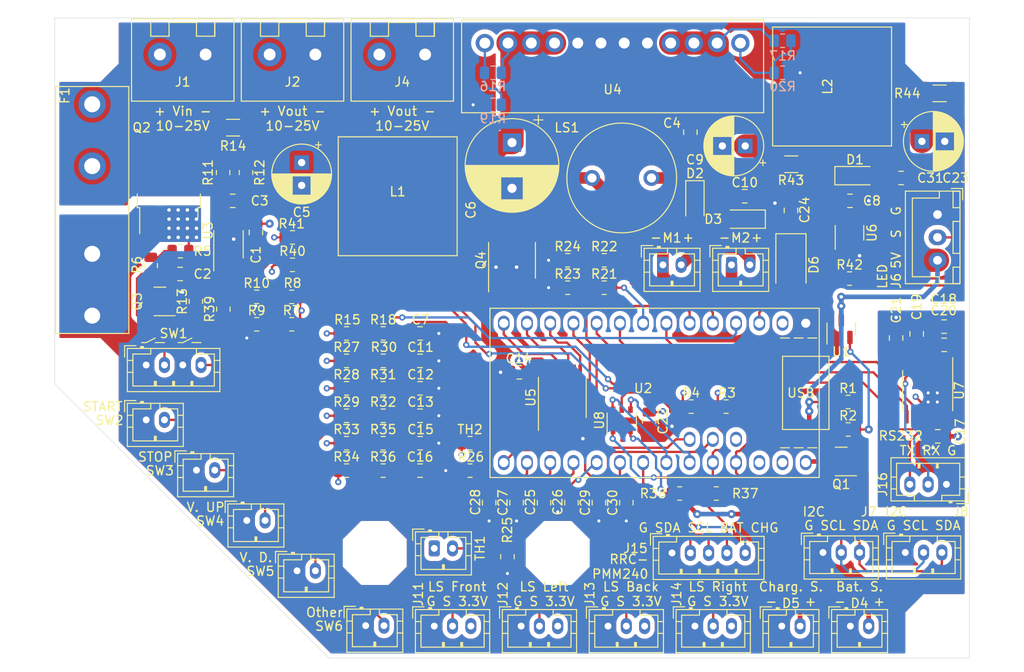
<source format=kicad_pcb>
(kicad_pcb (version 20211014) (generator pcbnew)
  (layers (0 "F.Cu" signal) (1 "In1.Cu" signal) (2 "In2.Cu" signal) (31 "B.Cu" signal) (34 "B.Paste" user) (35 "F.Paste" user) (36 "B.SilkS" user "B.Silkscreen") (37 "F.SilkS" user "F.Silkscreen") (38 "B.Mask" user) (39 "F.Mask" user) (44 "Edge.Cuts" user))
  (net 0 "")
  (net 1 "+3.3V")
  (net 2 "GND")
  (net 3 "Net-(C2-Pad1)")
  (net 4 "Net-(C2-Pad2)")
  (net 5 "Net-(C3-Pad1)")
  (net 6 "Net-(C3-Pad2)")
  (net 7 "+5V")
  (net 8 "10-25V")
  (net 9 "Net-(C6-Pad1)")
  (net 10 "Net-(C7-Pad1)")
  (net 11 "Net-(C10-Pad1)")
  (net 12 "Net-(C11-Pad1)")
  (net 13 "Net-(C12-Pad1)")
  (net 14 "Net-(C13-Pad1)")
  (net 15 "Net-(C15-Pad1)")
  (net 16 "Net-(C16-Pad1)")
  (net 17 "Net-(C18-Pad1)")
  (net 18 "Net-(C18-Pad2)")
  (net 19 "Net-(C19-Pad1)")
  (net 20 "Net-(C19-Pad2)")
  (net 21 "Net-(C20-Pad1)")
  (net 22 "Net-(C21-Pad1)")
  (net 23 "Net-(D2-Pad2)")
  (net 24 "Net-(C9-Pad1)")
  (net 25 "Net-(D4-Pad2)")
  (net 26 "Net-(D5-Pad2)")
  (net 27 "Net-(F1-Pad1)")
  (net 28 "Net-(J6-Pad2)")
  (net 29 "/GENERAL_SCL")
  (net 30 "/GENERAL_SDA")
  (net 31 "/Sensors/LIGHT_SENSOR_FRONT")
  (net 32 "/LIGHT_SENSOR_RIGHT")
  (net 33 "/Battery/CHARGER_STATUS")
  (net 34 "/Battery/BATTERY_STATUS")
  (net 35 "/Battery/BATTERY_SMBUS_SCL")
  (net 36 "/Battery/BATTERY_SMBUS_SDA")
  (net 37 "Net-(J16-Pad2)")
  (net 38 "Net-(J16-Pad3)")
  (net 39 "Net-(Q1-Pad1)")
  (net 40 "Net-(Q1-Pad3)")
  (net 41 "/~{POWER_OFF}")
  (net 42 "Net-(Q3-Pad3)")
  (net 43 "Net-(R2-Pad1)")
  (net 44 "Net-(R10-Pad1)")
  (net 45 "Net-(R15-Pad2)")
  (net 46 "Net-(R16-Pad2)")
  (net 47 "Net-(R17-Pad2)")
  (net 48 "/Actuators/BUZZER_PWM")
  (net 49 "/Actuators/FAN_PWM")
  (net 50 "/Sensors/EXTERNAL_TEMPERATURE")
  (net 51 "/Sensors/ONBOARD_TEMPERATURE")
  (net 52 "Net-(R27-Pad2)")
  (net 53 "Net-(R28-Pad2)")
  (net 54 "Net-(R29-Pad2)")
  (net 55 "Net-(R33-Pad2)")
  (net 56 "Net-(R34-Pad2)")
  (net 58 "/Actuators/LED_STRIP_DATA")
  (net 59 "/POWER_SWITCH")
  (net 60 "/~{RS232_INVALID}")
  (net 61 "/RS232/UART_RX")
  (net 62 "/RS232/UART_TX")
  (net 63 "/BUTTON_OTHER")
  (net 64 "/BUTTON_VOLUME_DOWN")
  (net 65 "/BUTTON_VOLUME_UP")
  (net 66 "/BUTTON_STOP")
  (net 67 "/BUTTON_START")
  (net 72 "Net-(Q3-Pad1)")
  (net 73 "/Sensors/LIGHT_SENSOR_LEFT")
  (net 74 "/LIGHT_SENSOR_BACK")
  (net 75 "Net-(Q2-Pad2)")
  (net 76 "Net-(J15-Pad4)")
  (net 77 "Net-(J15-Pad5)")
  (net 78 "Net-(R7-Pad2)")
  (net 79 "Net-(R42-Pad1)")
  (net 80 "Net-(C4-Pad1)")
  (net 81 "Net-(C10-Pad2)")
  (net 82 "Net-(C23-Pad1)")
  (net 83 "Net-(Q4-Pad2)")
  (net 84 "Net-(Q4-Pad4)")
  (footprint "Resistor_SMD:R_0805_2012Metric" (layer "F.Cu") (at 40.9125 45.5 180)
    (fp_text reference "R8")
    (fp_text value "0")
  )
  (footprint "Capacitor_THT:CP_Radial_D10.0mm_P5.00mm" (layer "F.Cu") (at 65 28.632323 -90)
    (fp_text reference "C6")
    (fp_text value "680µF/35V")
  )
  (footprint "Resistor_SMD:R_0805_2012Metric" (layer "F.Cu") (at 75.0875 44.5 180)
    (fp_text reference "R21")
    (fp_text value "698")
  )
  (footprint "Package_TO_SOT_SMD:SOT-23" (layer "F.Cu") (at 101 49 90)
    (fp_text reference "U1")
    (fp_text value "LM810M3-4.63")
  )
  (footprint "Resistor_SMD:R_0805_2012Metric" (layer "F.Cu") (at 84.5875 57.5)
    (fp_text reference "R4")
    (fp_text value "2.2k")
  )
  (footprint "Package_SO:VSSOP-10_3x3mm_P0.5mm" (layer "F.Cu") (at 34 39.75 90)
    (fp_text reference "U3")
    (fp_text value "INA220")
  )
  (footprint "Resistor_SMD:R_0805_2012Metric" (layer "F.Cu") (at 50.9125 58.5)
    (fp_text reference "R32")
    (fp_text value "10k")
  )
  (footprint "Capacitor_SMD:C_0805_2012Metric" (layer "F.Cu") (at 28.7125 43 180)
    (fp_text reference "C2")
    (fp_text value "2.2µF/25V")
  )
  (footprint "Resistor_SMD:R_1206_3216Metric" (layer "F.Cu") (at 95.5375 31 180)
    (fp_text reference "R43")
    (fp_text value "0")
  )
  (footprint "Diode_SMD:D_SOD-123F" (layer "F.Cu") (at 85 35 -90)
    (fp_text reference "D2")
    (fp_text value "DSS16U")
  )
  (footprint "Resistor_SMD:R_0805_2012Metric" (layer "F.Cu") (at 41 39)
    (fp_text reference "R41")
    (fp_text value "2.2k")
  )
  (footprint "Capacitor_SMD:C_0805_2012Metric" (layer "F.Cu") (at 111.55 60.75 180)
    (fp_text reference "C17")
    (fp_text value "0.1µF/25V")
  )
  (footprint "Capacitor_SMD:C_0805_2012Metric" (layer "F.Cu") (at 74.5 68 -90)
    (fp_text reference "C29")
    (fp_text value "0.1µF/25V")
  )
  (footprint "Resistor_SMD:R_0805_2012Metric" (layer "F.Cu") (at 87.3375 67)
    (fp_text reference "R37")
    (fp_text value "63.4")
  )
  (footprint "t-top:WT-1205" (layer "F.Cu") (at 77 32.5 -90)
    (fp_text reference "LS1")
    (fp_text value "CEM-1206S")
  )
  (footprint "Connector_JST:JST_PH_B2B-PH-K_1x02_P2.00mm_Vertical" (layer "F.Cu") (at 49 81.45)
    (fp_text reference "SW6")
    (fp_text value "BUTTON")
  )
  (footprint "Capacitor_THT:CP_Radial_D6.3mm_P2.50mm" (layer "F.Cu") (at 109.817621 28.5)
    (fp_text reference "C23")
    (fp_text value "100µF/35V")
  )
  (footprint "Connector_JST:JST_PH_B3B-PH-K_1x03_P2.00mm_Vertical" (layer "F.Cu") (at 108 73.45)
    (fp_text reference "J8")
    (fp_text value "Amplifier 1 I2C")
  )
  (footprint "Package_TO_SOT_SMD:SOT-23-5" (layer "F.Cu") (at 101.9 38.5 90)
    (fp_text reference "U6")
    (fp_text value "SN74LV1T34")
  )
  (footprint "Capacitor_THT:CP_Radial_D6.3mm_P2.50mm" (layer "F.Cu") (at 90.5 29 180)
    (fp_text reference "C9")
    (fp_text value "100µF/35V")
  )
  (footprint "Connector_JST:JST_PH_B4B-PH-K_1x04_P2.00mm_Vertical" (layer "F.Cu") (at 25 52.95)
    (fp_text reference "SW1")
    (fp_text value "Non-Momentary DPST ")
  )
  (footprint "Resistor_SMD:R_0805_2012Metric" (layer "F.Cu") (at 37.0875 48.5 180)
    (fp_text reference "R9")
    (fp_text value "0")
  )
  (footprint "Resistor_SMD:R_0805_2012Metric" (layer "F.Cu") (at 50.9125 49.5)
    (fp_text reference "R18")
    (fp_text value "10k")
  )
  (footprint "t-top:NS12575T220MN" (layer "F.Cu") (at 52.5 34.5)
    (fp_text reference "L1")
    (fp_text value "22µH (NS12575T220MN)")
  )
  (footprint "Package_TO_SOT_SMD:SOT-23" (layer "F.Cu") (at 26.5 46 180)
    (fp_text reference "Q3")
    (fp_text value "T2N7002AK")
  )
  (footprint "t-top:OSTTA020161" (layer "F.Cu") (at 53 19 180)
    (fp_text reference "J4")
    (fp_text value "Vout (10-25V)")
  )
  (footprint "Resistor_SMD:R_0805_2012Metric" (layer "F.Cu") (at 46.9125 61.5)
    (fp_text reference "R33")
    (fp_text value "10k")
  )
  (footprint "Resistor_SMD:R_0805_2012Metric" (layer "F.Cu") (at 41 42)
    (fp_text reference "R40")
    (fp_text value "2.2k")
  )
  (footprint "Resistor_SMD:R_0805_2012Metric" (layer "F.Cu") (at 60.4125 61.5)
    (fp_text reference "TH2")
    (fp_text value "10k")
  )
  (footprint "Capacitor_SMD:C_0805_2012Metric" (layer "F.Cu") (at 68.5 68 -90)
    (fp_text reference "C25")
    (fp_text value "0.1µF/25V")
  )
  (footprint "Resistor_SMD:R_0805_2012Metric" (layer "F.Cu") (at 88.4125 57.5)
    (fp_text reference "R3")
    (fp_text value "2.2k")
  )
  (footprint "Resistor_SMD:R_0805_2012Metric" (layer "F.Cu") (at 33.4125 31.9125 90)
    (fp_text reference "R11")
    (fp_text value "10")
  )
  (footprint "Package_TO_SOT_SMD:TO-252-2" (layer "F.Cu") (at 27.475 33.275 90)
    (fp_text reference "Q2")
    (fp_text value "IPD068P03L3GATMA1")
  )
  (footprint "Diode_SMD:D_SMA" (layer "F.Cu") (at 95.5 42 -90)
    (fp_text reference "D6")
    (fp_text value "SMAJ9.0A-13-F")
  )
  (footprint "Resistor_SMD:R_0805_2012Metric" (layer "F.Cu") (at 71.0875 41.5 180)
    (fp_text reference "R24")
    (fp_text value "100k")
  )
  (footprint "Connector_JST:JST_PH_B3B-PH-K_1x03_P2.00mm_Vertical" (layer "F.Cu") (at 99 73.45)
    (fp_text reference "J7")
    (fp_text value "Amplifier 2 I2C")
  )
  (footprint "Connector_JST:JST_PH_B3B-PH-K_1x03_P2.00mm_Vertical" (layer "F.Cu") (at 66 81.5)
    (fp_text reference "J12")
    (fp_text value "Light Sensor Left")
  )
  (footprint "Package_SO:TSSOP-16_4.4x5mm_P0.65mm" (layer "F.Cu") (at 110.45 55.75 -90)
    (fp_text reference "U7")
    (fp_text value "SN65C3221E")
  )
  (footprint "Resistor_SMD:R_0805_2012Metric" (layer "F.Cu") (at 101.75 60 180)
    (fp_text reference "R2")
    (fp_text value "511")
  )
  (footprint "t-top:K7805-3AR3" (layer "F.Cu") (at 76 17.75)
    (fp_text reference "U4")
    (fp_text value "K7805-3AR3")
  )
  (footprint "Capacitor_SMD:C_0805_2012Metric" (layer "F.Cu") (at 54.95 52.5)
    (fp_text reference "C11")
    (fp_text value "0.1µF/25V")
  )
  (footprint "Resistor_SMD:R_0805_2012Metric" (layer "F.Cu") (at 37.0875 45.5 180)
    (fp_text reference "R10")
    (fp_text value "0")
  )
  (footprint "Resistor_SMD:R_0805_2012Metric" (layer "F.Cu") (at 33.4375 46.8375 -90)
    (fp_text reference "R39")
    (fp_text value "698")
  )
  (footprint "Connector_JST:JST_PH_B2B-PH-K_1x02_P2.00mm_Vertical" (layer "F.Cu") (at 41.5 75.45)
    (fp_text reference "SW5")
    (fp_text value "BUTTON")
  )
  (footprint "MountingHole:MountingHole_3.2mm_M3" (layer "F.Cu") (at 111.5 81.5)
    (fp_text reference "REF**" hide)
    (fp_text value "MountingHole_3.2mm_M3")
  )
  (footprint "t-top:NS12575T220MN" (layer "F.Cu") (at 100 22.5 90)
    (fp_text reference "L2")
    (fp_text value "22µH (NS12575T220MN)")
  )
  (footprint "Resistor_SMD:R_0805_2012Metric" (layer "F.Cu") (at 50.9125 55.5)
    (fp_text reference "R31")
    (fp_text value "10k")
  )
  (footprint "Package_SO:TSSOP-14_4.4x5mm_P0.65mm" (layer "F.Cu") (at 70.5 56.5 90)
    (fp_text reference "U5")
    (fp_text value "74HC14")
  )
  (footprint "Resistor_SMD:R_0805_2012Metric" (layer "F.Cu") (at 46.9125 55.5)
    (fp_text reference "R28")
    (fp_text value "10k")
  )
  (footprint "Capacitor_SMD:C_0805_2012Metric" (layer "F.Cu") (at 54.95 49.5)
    (fp_text reference "C7")
    (fp_text value "0.1µF/25V")
  )
  (footprint "Capacitor_SMD:C_0805_2012Metric" (layer "F.Cu") (at 95.5 36.05 90)
    (fp_text reference "C24")
    (fp_text value "10µF/25V")
  )
  (footprint "MountingHole:MountingHole_3.2mm_M3" (layer "F.Cu") (at 50 73.5)
    (fp_text reference "REF**" hide)
    (fp_text value "MountingHole_3.2mm_M3")
  )
  (footprint "Package_TO_SOT_SMD:SOT-23" (layer "F.Cu") (at 101 63.5 180)
    (fp_text reference "Q1")
    (fp_text value "SSM3J372R")
  )
  (footprint "Capacitor_SMD:C_0805_2012Metric" (layer "F.Cu") (at 54.95 64.5)
    (fp_text reference "C16")
    (fp_text value "0.1µF/25V")
  )
  (footprint "Capacitor_SMD:C_0805_2012Metric" (layer "F.Cu") (at 101.95 35)
    (fp_text reference "C8")
    (fp_text value "0.1µF/25V")
  )
  (footprint "Connector_JST:JST_PH_B2B-PH-K_1x02_P2.00mm_Vertical" (layer "F.Cu") (at 81.5 42)
    (fp_text reference "M1")
    (fp_text value "Fan")
  )
  (footprint "Package_SO:TSOP-6_1.65x3.05mm_P0.95mm" (layer "F.Cu") (at 77 59 90)
    (fp_text reference "U8")
    (fp_text value "74LVC2G34")
  )
  (footprint "Capacitor_SMD:C_0805_2012Metric" (layer "F.Cu") (at 54.95 61.5)
    (fp_text reference "C15")
    (fp_text value "0.1µF/25V")
  )
  (footprint "Resistor_SMD:R_1206_3216Metric" (layer "F.Cu") (at 111.75 23.25)
    (fp_text reference "R44")
    (fp_text value "0")
  )
  (footprint "Connector_JST:JST_PH_B3B-PH-K_1x03_P2.00mm_Vertical" (layer "F.Cu") (at 85 81.5)
    (fp_text reference "J14")
    (fp_text value "Light Sensor Right")
  )
  (footprint "Resistor_SMD:R_0805_2012Metric" (layer "F.Cu") (at 46.9125 58.5)
    (fp_text reference "R29")
    (fp_text value "10k")
  )
  (footprint "Resistor_SMD:R_0805_2012Metric" (layer "F.Cu") (at 35.9125 31.9125 90)
    (fp_text reference "R12")
    (fp_text value "10")
  )
  (footprint "t-top:OSTTA020161" (layer "F.Cu") (at 41 19 180)
    (fp_text reference "J2")
    (fp_text value "Vout (10-25V)")
  )
  (footprint "Resistor_SMD:R_0805_2012Metric" (layer "F.Cu") (at 25.5 42.0875 -90)
    (fp_text reference "R6")
    (fp_text value "100k")
  )
  (footprint "Resistor_SMD:R_0805_2012Metric" (layer "F.Cu") (at 101.75 57 180)
    (fp_text reference "R1")
    (fp_text value "100k")
  )
  (footprint "Resistor_SMD:R_0805_2012Metric" (layer "F.Cu") (at 46.9125 49.5)
    (fp_text reference "R15")
    (fp_text value "10k")
  )
  (footprint "Resistor_SMD:R_0805_2012Metric" (layer "F.Cu") (at 46.9125 52.5)
    (fp_text reference "R27")
    (fp_text value "10k")
  )
  (footprint "Capacitor_SMD:C_0805_2012Metric" (layer "F.Cu") (at 54.95 55.5)
    (fp_text reference "C12")
    (fp_text value "0.1µF/25V")
  )
  (footprint "Capacitor_SMD:C_0805_2012Metric" (layer "F.Cu") (at 112.25 50.75)
    (fp_text reference "C20")
    (fp_text value "0.1µF/25V")
  )
  (footprint "Capacitor_SMD:C_0805_2012Metric" (layer "F.Cu") (at 80 59.05 -90)
    (fp_text reference "C22")
    (fp_text value "0.1µF/25V")
  )
  (footprint "Resistor_SMD:R_0805_2012Metric" (layer "F.Cu") (at 50.9125 64.5)
    (fp_text reference "R36")
    (fp_text value "10k")
  )
  (footprint "Resistor_SMD:R_0805_2012Metric" (layer "F.Cu") (at 101.9125 43.5)
    (fp_text reference "R42")
    (fp_text value "47")
  )
  (footprint "t-top:OSTTA020161" (layer "F.Cu") (at 29 19 180)
    (fp_text reference "J1")
    (fp_text value "Vin (10-25V)")
  )
  (footprint "Resistor_SMD:R_0805_2012Metric" (layer "F.Cu") (at 75.0875 41.5 180)
    (fp_text reference "R22")
    (fp_text value "698")
  )
  (footprint "Capacitor_SMD:C_0805_2012Metric" (layer "F.Cu") (at 65.8 53.75 180)
    (fp_text reference "C14")
    (fp_text value "0.1µF/25V")
  )
  (footprint "Connector_JST:JST_PH_B3B-PH-K_1x03_P2.00mm_Vertical" (layer "F.Cu") (at 75.5 81.5)
    (fp_text reference "J13")
    (fp_text value "Light Sensor Back")
  )
  (footprint "Capacitor_SMD:C_0805_2012Metric" (layer "F.Cu") (at 112.25 48.75 180)
    (fp_text reference "C18")
    (fp_text value "0.1µF/25V")
  )
  (footprint "Resistor_SMD:R_0805_2012Metric" (layer "F.Cu") (at 50.9125 52.5)
    (fp_text reference "R30")
    (fp_text value "10k")
  )
  (footprint "Capacitor_SMD:C_0805_2012Metric" (layer "F.Cu") (at 65.5 68 -90)
    (fp_text reference "C27")
    (fp_text value "0.1µF/25V")
  )
  (footprint "Capacitor_SMD:C_0805_2012Metric" (layer "F.Cu") (at 90.45 34.5 180)
    (fp_text reference "C10")
    (fp_text value "10µF/25V")
  )
  (footprint "MountingHole:MountingHole_3.2mm_M3" (layer "F.Cu") (at 111.5 18.5)
    (fp_text reference "REF**" hide)
    (fp_text value "MountingHole_3.2mm_M3")
  )
  (footprint "Connector_JST:JST_PH_B2B-PH-K_1x02_P2.00mm_Vertical" (layer "F.Cu") (at 94.5 81.5)
    (fp_text reference "D5")
    (fp_text value "White")
  )
  (footprint "Resistor_SMD:R_0805_2012Metric" (layer "F.Cu") (at 30.4375 46 90)
    (fp_text reference "R13")
    (fp_text value "100k")
  )
  (footprint "Connector_JST:JST_PH_B2B-PH-K_1x02_P2.00mm_Vertical" (layer "F.Cu") (at 36 69.95)
    (fp_text reference "SW4")
    (fp_text value "BUTTON")
  )
  (footprint "Capacitor_SMD:C_0805_2012Metric" (layer "F.Cu") (at 109.25 49.55 90)
    (fp_text reference "C19")
    (fp_text value "0.1µF/25V")
  )
  (footprint "Resistor_SMD:R_0805_2012Metric" (layer "F.Cu") (at 60.4125 64.5 180)
    (fp_text reference "R26")
    (fp_text value "10k")
  )
  (footprint "Connector_JST:JST_PH_B2B-PH-K_1x02_P2.00mm_Vertical" (layer "F.Cu") (at 102 81.5)
    (fp_text reference "D4")
    (fp_text value "White")
  )
  (footprint "Resistor_SMD:R_0805_2012Metric" (layer "F.Cu") (at 64.5 73.9125 -90)
    (fp_text reference "R25")
    (fp_text value "10k")
  )
  (footprint "Capacitor_SMD:C_0805_2012Metric" (layer "F.Cu") (at 37 38.45 -90)
    (fp_text reference "C1")
    (fp_text value "0.1µF/25V")
  )
  (footprint "Connector_JST:JST_PH_B2B-PH-K_1x02_P2.00mm_Vertical" (layer "F.Cu") (at 25 58.95)
    (fp_text reference "SW2")
    (fp_text value "BUTTON")
  )
  (footprint "Capacitor_SMD:C_0805_2012Metric" (layer "F.Cu") (at 71.5 68 -90)
    (fp_text reference "C26")
    (fp_text value "0.1µF/25V")
  )
  (footprint "Diode_SMD:D_SOD-123F" (layer "F.Cu") (at 102.5 32.25)
    (fp_text reference "D1")
    (fp_text value "DSS16U")
  )
  (footprint "Capacitor_THT:CP_Radial_D6.3mm_P2.50mm" (layer "F.Cu") (at 42 30.817621 -90)
    (fp_text reference "C5")
    (fp_text value "100µF/35V")
  )
  (footprint "t-top:M205_FUSE" (layer "F.Cu") (at 19.1 36 -90)
    (fp_text reference "F1")
    (fp_text value "10A Slow Blow")
  )
  (footprint "Package_SO:SOIC-8_3.9x4.9mm_P1.27mm" (layer "F.Cu") (at 65 41.5 90)
    (fp_text reference "Q4")
    (fp_text value "DMG9926USD")
  )
  (footprint "Capacitor_SMD:C_0805_2012Metric" (layer "F.Cu") (at 107 50 90)
    (fp_text reference "C21")
    (fp_text value "0.1µF/25V")
  )
  (footprint "Capacitor_SMD:C_0805_2012Metric" (layer "F.Cu") (at 77.5 68 -90)
    (fp_text reference "C30")
    (fp_text value "0.1µF/25V")
  )
  (footprint "Resistor_SMD:R_0805_2012Metric" (layer "F.Cu") (at 83.3375 67)
    (fp_text reference "R38")
    (fp_text value "63.4")
  )
  (footprint "Resistor_SMD:R_0805_2012Metric" (layer "F.Cu") (at 28.75 40.5 180)
    (fp_text reference "R5")
    (fp_text value "100k")
  )
  (footprint "Resistor_SMD:R_0805_2012Metric" (layer "F.Cu") (at 46.9125 64.5)
    (fp_text reference "R34")
    (fp_text value "10k")
  )
  (footprint "Connector_JST:JST_PH_B5B-PH-K_1x05_P2.00mm_Vertical" (layer "F.Cu") (at 82.5 73.5)
    (fp_text reference "J15")
    (fp_text value "RRC-PMM240")
  )
  (footprint "Resistor_SMD:R_0805_2012Metric" (layer "F.Cu") (at 40.9125 48.5 180)
    (fp_text reference "R7")
    (fp_text value "0")
  )
  (footprint "Diode_SMD:D_SOD-123F" (layer "F.Cu") (at 90.5 37 180)
    (fp_text reference "D3")
    (fp_text value "DSS16U")
  )
  (footprint "Capacitor_SMD:C_0805_2012Metric" (layer "F.Cu") (at 34.4625 35)
    (fp_text reference "C3")
    (fp_text value "1µF/10V")
  )
  (footprint "Connector_JST:JST_PH_B3B-PH-K_1x03_P2.00mm_Vertical" (layer "F.Cu") (at 112.5 66 180)
    (fp_text reference "J16")
    (fp_text value "RS232")
  )
  (footprint "Capacitor_SMD:C_0805_2012Metric" (layer "F.Cu") (at 54.95 58.5)
    (fp_text reference "C13")
    (fp_text value "0.1µF/25V")
  )
  (footprint "Capacitor_SMD:C_0805_2012Metric" (layer "F.Cu") (at 62.5 68 -90)
    (fp_text reference "C28")
    (fp_text value "0.1µF/25V")
  )
  (footprint "Connector_JST:JST_XH_B3B-XH-A_1x03_P2.50mm_Vertical" (layer "F.Cu") (at 111.525 36.5 -90)
    (fp_text reference "J6")
    (fp_text value "LED Strip")
  )
  (footprint "Connector_JST:JST_PH_B2B-PH-K_1x02_P2.00mm_Vertical" (layer "F.Cu") (at 56.5 73)
    (fp_text reference "TH1")
    (fp_text value "10k")
  )
  (footprint "t-top:Teensy_LC" (layer "F.Cu") (at 79.34 56 180)
    (fp_text reference "U2")
    (fp_text value "Teensy_LC")
  )
  (footprint "MountingHole:MountingHole_3.2mm_M3" (layer "F.Cu") (at 18.5 18.5)
    (fp_text reference "REF**" hide)
    (fp_text value "MountingHole_3.2mm_M3")
  )
  (footprint "Connector_JST:JST_PH_B3B-PH-K_1x03_P2.00mm_Vertical" (layer "F.Cu") (at 56.5 81.5)
    (fp_text reference "J11")
    (fp_text value "Light Sensor Front")
  )
  (footprint "Resistor_SMD:R_1206_3216Metric" (layer "F.Cu") (at 34.5 27)
    (fp_text reference "R14")
    (fp_text value "0.004")
  )
  (footprint "Resistor_SMD:R_0805_2012Metric" (layer "F.Cu") (at 71.0875 44.5 180)
    (fp_text reference "R23")
    (fp_text value "100k")
  )
  (footprint "Resistor_SMD:R_0805_2012Metric" (layer "F.Cu") (at 50.9125 61.5)
    (fp_text reference "R35")
    (fp_text value "10k")
  )
  (footprint "MountingHole:MountingHole_3.2mm_M3" (layer "F.Cu") (at 18.5 53.5)
    (fp_text reference "REF**" hide)
    (fp_text value "MountingHole_3.2mm_M3")
  )
  (footprint "Connector_JST:JST_PH_B2B-PH-K_1x02_P2.00mm_Vertical" (layer "F.Cu") (at 89 42)
    (fp_text reference "M2")
    (fp_text value "Fan")
  )
  (footprint "MountingHole:MountingHole_3.2mm_M3" (layer "F.Cu") (at 70 73.5)
    (fp_text reference "REF**" hide)
    (fp_text value "MountingHole_3.2mm_M3")
  )
  (footprint "Connector_JST:JST_PH_B2B-PH-K_1x02_P2.00mm_Vertical" (layer "F.Cu") (at 30.5 64.45)
    (fp_text reference "SW3")
    (fp_text value "BUTTON")
  )
  (footprint "Capacitor_SMD:C_0805_2012Metric" (layer "F.Cu") (at 107.55 32.5)
    (fp_text reference "C31")
    (fp_text value "22μF/10V")
  )
  (footprint "Capacitor_SMD:C_0805_2012Metric" (layer "F.Cu") (at 84.5 27.5 -90)
    (fp_text reference "C4")
    (fp_text value "22μF/10V")
  )
  (footprint "Resistor_SMD:R_0805_2012Metric" (layer "B.Cu") (at 94.5875 17.5)
    (fp_text reference "R17")
    (fp_text value "NI")
  )
  (footprint "Resistor_SMD:R_0805_2012Metric" (layer "B.Cu") (at 62.9125 21 180)
    (fp_text reference "R16")
    (fp_text value "NI")
  )
  (footprint "Resistor_SMD:R_0805_2012Metric" (layer "B.Cu") (at 62.9125 24.5 180)
    (fp_text reference "R19")
    (fp_text value "NI")
  )
  (footprint "Resistor_SMD:R_0805_2012Metric" (layer "B.Cu") (at 94.5875 21)
    (fp_text reference "R20")
    (fp_text value "NI")
  )
  (gr_line (start 26 50.5) (end 27 50.5) (layer "F.SilkS") (width 0.12))
  (gr_line (start 28.5 50.5) (end 29 50.5) (layer "F.SilkS") (width 0.12))
  (gr_line (start 25 50.5) (end 26 50) (layer "F.SilkS") (width 0.12))
  (gr_line (start 29 50.5) (end 30 50) (layer "F.SilkS") (width 0.12))
  (gr_line (start 24.5 50.5) (end 25 50.5) (layer "F.SilkS") (width 0.12))
  (gr_line (start 30 50.5) (end 31 50.5) (layer "F.SilkS") (width 0.12))
  (gr_line (start 115 85) (end 45 85) (layer "Edge.Cuts") (width 0.05))
  (gr_line (start 15 15) (end 115 15) (layer "Edge.Cuts") (width 0.05))
  (gr_line (start 15 55) (end 45 85) (layer "Edge.Cuts") (width 0.05))
  (gr_line (start 15 15) (end 15 55) (layer "Edge.Cuts") (width 0.05))
  (gr_line (start 115 15) (end 115 85) (layer "Edge.Cuts") (width 0.05))
  (gr_text "+ Vin -\n10-25V" (at 29 26) (layer "F.SilkS") (effects (font (size 1 1))))
  (gr_text "RS232\n   TX RX G" (at 105 61.5) (layer "F.SilkS") (effects (font (size 1 1)) (justify left)))
  (gr_text "Charg. S.\n-    +" (at 95.5 78) (layer "F.SilkS") (effects (font (size 1 1))))
  (gr_text "5V  S  G" (at 107 35.5 90) (layer "F.SilkS") (effects (font (size 1 1)) (justify right)))
  (gr_text "G SCL SDA" (at 110 70.5) (layer "F.SilkS") (effects (font (size 1 1))))
  (gr_text "I2C" (at 98 69) (layer "F.SilkS") (effects (font (size 1 1))))
  (gr_text "RRC-\nPMM240" (at 80 75) (layer "F.SilkS") (effects (font (size 1 1)) (justify right)))
  (gr_text "START" (at 20.25 57.5) (layer "F.SilkS") (effects (font (size 1 1))))
  (gr_text "LS Front\nG S 3.3V" (at 59 78) (layer "F.SilkS") (effects (font (size 1 1))))
  (gr_text "+ Vout -\n10-25V" (at 41 26) (layer "F.SilkS") (effects (font (size 1 1))))
  (gr_text "LS Right\nG S 3.3V" (at 87.5 78) (layer "F.SilkS") (effects (font (size 1 1))))
  (gr_text "V. UP" (at 31.5 68.5) (layer "F.SilkS") (effects (font (size 1 1))))
  (gr_text "G SDA SCL BAT CHG" (at 78.75 70.75) (layer "F.SilkS") (effects (font (size 1 1)) (justify left)))
  (gr_text "LS Back\nG S 3.3V" (at 78 78) (layer "F.SilkS") (effects (font (size 1 1))))
  (gr_text "LS Left\nG S 3.3V" (at 68.5 78) (layer "F.SilkS") (effects (font (size 1 1))))
  (gr_text "I2C" (at 107 69) (layer "F.SilkS") (effects (font (size 1 1))))
  (gr_text "Bat. S.\n-    +" (at 103 78) (layer "F.SilkS") (effects (font (size 1 1))))
  (gr_text "-   +" (at 90 39) (layer "F.SilkS") (effects (font (size 1 1))))
  (gr_text "V. D." (at 37 74) (layer "F.SilkS") (effects (font (size 1 1))))
  (gr_text "Other" (at 44.5 80) (layer "F.SilkS") (effects (font (size 1 1))))
  (gr_text "-   +" (at 82.5 39) (layer "F.SilkS") (effects (font (size 1 1))))
  (gr_text "LED" (at 105.5 43.25 90) (layer "F.SilkS") (effects (font (size 1 1))))
  (gr_text "G SCL SDA" (at 101 70.5) (layer "F.SilkS") (effects (font (size 1 1))))
  (gr_text "+ Vout -\n10-25V" (at 53 26) (layer "F.SilkS") (effects (font (size 1 1))))
  (gr_text "STOP" (at 26 63) (layer "F.SilkS") (effects (font (size 1 1))))
  (segment (start 46 58.5) (end 44.75 58.5) (width 0.254) (layer "F.Cu") (net 1))
  (segment (start 46 52.5) (end 44.75 52.5) (width 0.254) (layer "F.Cu") (net 1))
  (segment (start 112.075 60.325) (end 112.5 60.75) (width 0.254) (layer "F.Cu") (net 1))
  (segment (start 65.75 52.5) (end 65.75 52.75) (width 0.508) (layer "F.Cu") (net 1))
  (segment (start 59.5 61.5) (end 59.5 62.75) (width 0.254) (layer "F.Cu") (net 1))
  (segment (start 112.725 60.525) (end 112.5 60.75) (width 0.254) (layer "F.Cu") (net 1))
  (segment (start 81.4 58.1) (end 81.5 58) (width 0.254) (layer "F.Cu") (net 1))
  (segment (start 80 58.1) (end 80 56.5) (width 0.254) (layer "F.Cu") (net 1))
  (segment (start 40.0875 39) (end 39 39) (width 0.254) (layer "F.Cu") (net 1))
  (segment (start 109.7079 56.995676) (end 109.13293 56.420706) (width 0.254) (layer "F.Cu") (net 1))
  (segment (start 41.825 45.5) (end 41.825 46.825) (width 0.254) (layer "F.Cu") (net 1))
  (segment (start 38.75 42.25) (end 38.75 42.75) (width 0.254) (layer "F.Cu") (net 1))
  (segment (start 112.725 58.6125) (end 112.725 60.525) (width 0.254) (layer "F.Cu") (net 1))
  (segment (start 67.25 52.25) (end 66.75 52.75) (width 0.254) (layer "F.Cu") (net 1))
  (segment (start 65.75 52.75) (end 66.75 53.75) (width 0.508) (layer "F.Cu") (net 1))
  (segment (start 41.825 47.175) (end 42 47) (width 0.254) (layer "F.Cu") (net 1))
  (segment (start 79.4579 55.9579) (end 77.5421 55.9579) (width 0.254) (layer "F.Cu") (net 1))
  (segment (start 37 37.5) (end 38.5 37.5) (width 0.254) (layer "F.Cu") (net 1))
  (segment (start 80 56.5) (end 79.4579 55.9579) (width 0.254) (layer "F.Cu") (net 1))
  (segment (start 110.125 57.745199) (end 109.7079 57.328099) (width 0.254) (layer "F.Cu") (net 1))
  (segment (start 87.5 57.5) (end 87.5 56) (width 0.254) (layer "F.Cu") (net 1))
  (segment (start 36.95 37.55) (end 37 37.5) (width 0.254) (layer "F.Cu") (net 1))
  (segment (start 83.675 57.5) (end 83.675 56.075) (width 0.254) (layer "F.Cu") (net 1))
  (segment (start 68.55 52.55) (end 68.25 52.25) (width 0.254) (layer "F.Cu") (net 1))
  (segment (start 46 64.5) (end 46 65.75) (width 0.254) (layer "F.Cu") (net 1))
  (segment (start 35 37.55) (end 36.95 37.55) (width 0.254) (layer "F.Cu") (net 1))
  (segment (start 46 49.5) (end 44.75 49.5) (width 0.254) (layer "F.Cu") (net 1))
  (segment (start 109.7079 57.328099) (end 109.7079 56.995676) (width 0.254) (layer "F.Cu") (net 1))
  (segment (start 41.825 48.5) (end 41.825 47.175) (width 0.254) (layer "F.Cu") (net 1))
  (segment (start 46 55.5) (end 44.75 55.5) (width 0.254) (layer "F.Cu") (net 1))
  (segment (start 77.5421 55.9579) (end 77 56.5) (width 0.254) (layer "F.Cu") (net 1))
  (segment (start 39 42) (end 38.75 42.25) (width 0.254) (layer "F.Cu") (net 1))
  (segment (start 46 61.5) (end 44.75 61.5) (width 0.254) (layer "F.Cu") (net 1))
  (segment (start 83.675 56.075) (end 83.75 56) (width 0.254) (layer "F.Cu") (net 1))
  (segment (start 112.075 58.6125) (end 112.075 60.325) (width 0.254) (layer "F.Cu") (net 1))
  (segment (start 68.25 52.25) (end 67.25 52.25) (width 0.254) (layer "F.Cu") (net 1))
  (segment (start 68.55 53.6375) (end 68.55 52.55) (width 0.254) (layer "F.Cu") (net 1))
  (segment (start 40.0875 42) (end 39 42) (width 0.254) (layer "F.Cu") (net 1))
  (segment (start 41.825 46.825) (end 42 47) (width 0.254) (layer "F.Cu") (net 1))
  (segment (start 66.75 52.75) (end 66.75 53.75) (width 0.254) (layer "F.Cu") (net 1))
  (segment (start 77 56.5) (end 77 57.84) (width 0.254) (layer "F.Cu") (net 1))
  (segment (start 112.5 60.75) (end 113.75 60.75) (width 0.508) (layer "F.Cu") (net 1))
  (segment (start 110.125 58.6125) (end 110.125 57.745199) (width 0.254) (layer "F.Cu") (net 1))
  (segment (start 80 58.1) (end 81.4 58.1) (width 0.254) (layer "F.Cu") (net 1))
  (via (at 38.5 37.5) (size 0.889) (drill 0.381) (layers "F.Cu" "B.Cu") (net 1))
  (via (at 83.75 56) (size 0.6858) (drill 0.3302) (layers "F.Cu" "B.Cu") (net 1))
  (via (at 59.5 62.75) (size 0.6858) (drill 0.3302) (layers "F.Cu" "B.Cu") (net 1))
  (via (at 81.5 58) (size 0.6858) (drill 0.3302) (layers "F.Cu" "B.Cu") (net 1))
  (via (at 44.75 55.5) (size 0.6858) (drill 0.3302) (layers "F.Cu" "B.Cu") (net 1))
  (via (at 87.5 56) (size 0.6858) (drill 0.3302) (layers "F.Cu" "B.Cu") (net 1))
  (via (at 38.75 42.75) (size 0.6858) (drill 0.3302) (layers "F.Cu" "B.Cu") (net 1))
  (via (at 44.75 49.5) (size 0.6858) (drill 0.3302) (layers "F.Cu" "B.Cu") (net 1))
  (via (at 46 65.75) (size 0.6858) (drill 0.3302) (layers "F.Cu" "B.Cu") (net 1))
  (via (at 44.75 61.5) (size 0.6858) (drill 0.3302) (layers "F.Cu" "B.Cu") (net 1))
  (via (at 44.75 58.5) (size 0.6858) (drill 0.3302) (layers "F.Cu" "B.Cu") (net 1))
  (via (at 39 39) (size 0.6858) (drill 0.3302) (layers "F.Cu" "B.Cu") (net 1))
  (via (at 109.13293 56.420706) (size 0.6858) (drill 0.3302) (layers "F.Cu" "B.Cu") (net 1))
  (via (at 44.75 52.5) (size 0.6858) (drill 0.3302) (layers "F.Cu" "B.Cu") (net 1))
  (via (at 42 47) (size 0.6858) (drill 0.3302) (layers "F.Cu" "B.Cu") (net 1))
  (via (at 65.75 52.5) (size 0.889) (drill 0.381) (layers "F.Cu" "B.Cu") (net 1))
  (via (at 113.75 60.75) (size 0.889) (drill 0.381) (layers "F.Cu" "B.Cu") (net 1))
  (segment (start 111.5 57) (end 111 57.5) (width 0.381) (layer "F.Cu") (net 2))
  (segment (start 111 61.5) (end 111 61.15) (width 0.381) (layer "F.Cu") (net 2))
  (segment (start 55.9 55.5) (end 57 55.5) (width 0.254) (layer "F.Cu") (net 2))
  (segment (start 110 60.481856) (end 110.240928 60.240928) (width 0.381) (layer "F.Cu") (net 2))
  (segment (start 55.9 58.5) (end 57 58.5) (width 0.254) (layer "F.Cu") (net 2))
  (segment (start 111.425 59.925) (end 110.925 60.425) (width 0.381) (layer "F.Cu") (net 2))
  (segment (start 110.5 62) (end 111 61.5) (width 0.381) (layer "F.Cu") (net 2))
  (segment (start 111.5 62) (end 111 62) (width 0.381) (layer "F.Cu") (net 2))
  (segment (start 102.85 40.85) (end 103 41) (width 0.508) (layer "F.Cu") (net 2))
  (segment (start 113.2 50.75) (end 113.2 51.05) (width 0.254) (layer "F.Cu") (net 2))
  (segment (start 107 49.05) (end 107 47.75) (width 0.508) (layer "F.Cu") (net 2))
  (segment (start 110.25 61.1) (end 110.6 60.75) (width 0.381) (layer "F.Cu") (net 2))
  (segment (start 110.6 60.75) (end 110.6 61.6) (width 0.381) (layer "F.Cu") (net 2))
  (segment (start 102.85 39.6375) (end 102.85 40.85) (width 0.508) (layer "F.Cu") (net 2))
  (segment (start 110 62) (end 110 60.481856) (width 0.381) (layer "F.Cu") (net 2))
  (segment (start 110.5 57) (end 110.5 56) (width 0.381) (layer "F.Cu") (net 2))
  (segment (start 110.75 56.75) (end 111.25 56.25) (width 0.381) (layer "F.Cu") (net 2))
  (segment (start 111 62) (end 110 62) (width 0.381) (layer "F.Cu") (net 2))
  (segment (start 29.0875 45.0875) (end 29 45) (width 0.254) (layer "F.Cu") (net 2))
  (segment (start 80 60) (end 82.135935 60) (width 0.254) (layer "F.Cu") (net 2))
  (segment (start 111.5 57) (end 110.75 56.25) (width 0.381) (layer "F.Cu") (net 2))
  (segment (start 110.6 61.4) (end 110.25 61.75) (width 0.381) (layer "F.Cu") (net 2))
  (segment (start 85.05 29) (end 84.5 28.45) (width 1.27) (layer "F.Cu") (net 2))
  (segment (start 110.925 60.425) (end 110.6 60.75) (width 0.381) (layer "F.Cu") (net 2))
  (segment (start 34.5642 39.1858) (end 36.7858 39.1858) (width 0.254) (layer "F.Cu") (net 2))
  (segment (start 70.175 41.5) (end 69 41.5) (width 0.254) (layer "F.Cu") (net 2))
  (segment (start 55.9 61.5) (end 57 61.5) (width 0.254) (layer "F.Cu") (net 2))
  (segment (start 68.5 68.95) (end 69.95 68.95) (width 0.254) (layer "F.Cu") (net 2))
  (segment (start 110.6 60.75) (end 110.6 60.4) (width 0.381) (layer "F.Cu") (net 2))
  (segment (start 34.5 39.1858) (end 34.5642 39.1858) (width 0.254) (layer "F.Cu") (net 2))
  (segment (start 77.25 59.25) (end 79 59.25) (width 0.254) (layer "F.Cu") (net 2))
  (segment (start 28.95 45.05) (end 29 45) (width 0.254) (layer "F.Cu") (net 2))
  (segment (start 102.9 35) (end 104 35) (width 0.508) (layer "F.Cu") (net 2))
  (segment (start 69.95 68.95) (end 70 69) (width 0.254) (layer "F.Cu") (net 2))
  (segment (start 110.593672 57) (end 110.5 57) (width 0.381) (layer "F.Cu") (net 2))
  (segment (start 111.5 57) (end 111.5 56) (width 0.381) (layer "F.Cu") (net 2))
  (segment (start 74.5 68.95) (end 74.5 70) (width 0.254) (layer "F.Cu") (net 2))
  (segment (start 110.85 60.5) (end 110.6 60.75) (width 0.381) (layer "F.Cu") (net 2))
  (segment (start 111.425 58.6125) (end 111.425 59.925) (width 0.381) (layer "F.Cu") (net 2))
  (segment (start 111.25 56.75) (end 111.25 56.25) (width 0.381) (layer "F.Cu") (net 2))
  (segment (start 110.25 60.25) (end 110.25 61.75) (width 0.381) (layer "F.Cu") (net 2))
  (segment (start 72.45 60.7) (end 72.75 61) (width 0.254) (layer "F.Cu") (net 2))
  (segment (start 70.175 44.5) (end 69 44.5) (width 0.254) (layer "F.Cu") (net 2))
  (segment (start 111 61.15) (end 110.6 60.75) (width 0.381) (layer "F.Cu") (net 2))
  (segment (start 30.4375 45.0875) (end 29.0875 45.0875) (width 0.254) (layer "F.Cu") (net 2))
  (segment (start 36.175 49.825) (end 36 50) (width 0.254) (layer "F.Cu") (net 2))
  (segment (start 111.25 56.25) (end 111.5 56) (width 0.381) (layer "F.Cu") (net 2))
  (segment (start 36.7858 39.1858) (end 37 39.4) (width 0.254) (layer "F.Cu") (net 2))
  (segment (start 55.9 64.5) (end 57.75 64.5) (width 0.254) (layer "F.Cu") (net 2))
  (segment (start 110.6 61.6) (end 110.6 61.4) (width 0.381) (layer "F.Cu") (net 2))
  (segment (start 110.6 60.75) (end 110.6 60.65) (width 0.381) (layer "F.Cu") (net 2))
  (segment (start 111 62) (end 111 60.5) (width 0.381) (layer "F.Cu") (net 2))
  (segment (start 57.75 64.5) (end 59.5 64.5) (width 0.254) (layer "F.Cu") (net 2))
  (segment (start 111.5 57) (end 110.5 57) (width 0.381) (layer "F.Cu") (net 2))
  (segment (start 97.12 48.38) (end 99.63 48.38) (width 0.254) (layer "F.Cu") (net 2))
  (segment (start 36.175 48.5) (end 36.175 49.825) (width 0.254) (layer "F.Cu") (net 2))
  (segment (start 93.9 35.1) (end 93.75 35.25) (width 1.27) (layer "F.Cu") (net 2))
  (segment (start 95.5 35.1) (end 93.9 35.1) (width 1.27) (layer "F.Cu") (net 2))
  (segment (start 79.75 60) (end 80 60) (width 0.254) (layer "F.Cu") (net 2))
  (segment (start 36.175 45.675) (end 37 46.5) (width 0.254) (layer "F.Cu") (net 2))
  (segment (start 79 59.25) (end 79.75 60) (width 0.254) (layer "F.Cu") (net 2))
  (segment (start 110.75 56.75) (end 111.25 56.75) (width 0.381) (layer "F.Cu") (net 2))
  (segment (start 77.5 68.95) (end 77.5 70) (width 0.254) (layer "F.Cu") (net 2))
  (segment (start 70.05 68.95) (end 70 69) (width 0.254) (layer "F.Cu") (net 2))
  (segment (start 99.63 48.38) (end 100.05 48.8) (width 0.254) (layer "F.Cu") (net 2))
  (segment (start 62.5 68.95) (end 62.5 70) (width 0.254) (layer "F.Cu") (net 2))
  (segment (start 111.5 57) (end 111.25 56.75) (width 0.381) (layer "F.Cu") (net 2))
  (segment (start 110.85 61) (end 111.5 61) (width 0.381) (layer "F.Cu") (net 2))
  (segment (start 111.425 58.6125) (end 111.425 57.831328) (width 0.381) (layer "F.Cu") (net 2))
  (segment (start 63.095 43.975) (end 63.095 42.405) (width 0.508) (layer "F.Cu") (net 2))
  (segment (start 111.5 60) (end 111.5 60.5) (width 0.381) (layer "F.Cu") (net 2))
  (segment (start 100.05 48.8) (end 100.05 49.9375) (width 0.254) (layer "F.Cu") (net 2))
  (segment (start 77 60.16) (end 77 59.5) (width 0.254) (layer "F.Cu") (net 2))
  (segment (start 110.6 60.75) (end 110.6 61.4) (width 0.381) (layer "F.Cu") (net 2))
  (segment (start 110.5 57) (end 110.75 56.75) (width 0.381) (layer "F.Cu") (net 2))
  (segment (start 113.2 51.05) (end 112.725 51.525) (width 0.254) (layer "F.Cu") (net 2))
  (segment (start 111.425 57.075) (end 111.5 57) (width 0.381) (layer "F.Cu") (net 2))
  (segment (start 111.5 60.5) (end 110.85 60.5) (width 0.381) (layer "F.Cu") (net 2))
  (segment (start 110.5 56) (end 110.75 56.25) (width 0.381) (layer "F.Cu") (net 2))
  (segment (start 110.6 60.4) (end 110.75 60.25) (width 0.381) (layer "F.Cu") (net 2))
  (segment (start 65.635 42.385) (end 65.5 42.25) (width 0.508) (layer "F.Cu") (net 2))
  (segment (start 65.5 68.95) (end 65.5 70) (width 0.254) (layer "F.Cu") (net 2))
  (segment (start 110.75 56.25) (end 110.75 56.75) (width 0.381) (layer "F.Cu") (net 2))
  (segment (start 55.9 52.5) (end 57 52.5) (width 0.254) (layer "F.Cu") (net 2))
  (segment (start 65.635 43.975) (end 65.635 42.385) (width 0.508) (layer "F.Cu") (net 2))
  (segment (start 64.85 53.75) (end 63.75 53.75) (width 0.508) (layer "F.Cu") (net 2))
  (segment (start 88 29) (end 85.05 29) (width 1.27) (layer "F.Cu") (net 2))
  (segment (start 55.9 49.5) (end 57 49.5) (width 0.254) (layer "F.Cu") (net 2))
  (segment (start 111.35 61.5) (end 111.5 61.5) (width 0.381) (layer "F.Cu") (net 2))
  (segment (start 34.5 37.55) (end 34.5 39.1858) (width 0.254) (layer "F.Cu") (net 2))
  (segment (start 111 60.5) (end 110.925 60.425) (width 0.381) (layer "F.Cu") (net 2))
  (segment (start 27.4375 45.05) (end 28.95 45.05) (width 0.254) (layer "F.Cu") (net 2))
  (segment (start 111.425 59.925) (end 111.5 60) (width 0.381) (layer "F.Cu") (net 2))
  (segment (start 110.6 60.75) (end 110.85 61) (width 0.381) (layer "F.Cu") (net 2))
  (segment (start 111 62) (end 111 61.5) (width 0.381) (layer "F.Cu") (net 2))
  (segment (start 110.75 56.25) (end 111.25 56.25) (width 0.381) (layer "F.Cu") (net 2))
  (segment (start 110 62) (end 110.5 62) (width 0.381) (layer "F.Cu") (net 2))
  (segment (start 111.5 61) (end 111 60.5) (width 0.381) (layer "F.Cu") (net 2))
  (segment (start 111.5 61.5) (end 111.5 61) (width 0.381) (layer "F.Cu") (net 2))
  (segment (start 111.425 58.6125) (end 111.425 57.075) (width 0.381) (layer "F.Cu") (net 2))
  (segment (start 36.175 45.5) (end 36.175 45.675) (width 0.254) (layer "F.Cu") (net 2))
  (segment (start 72.45 59.3625) (end 72.45 60.7) (width 0.254) (layer "F.Cu") (net 2))
  (segment (start 110.5 56) (end 111.5 56) (width 0.381) (layer "F.Cu") (net 2))
  (segment (start 71.5 68.95) (end 70.05 68.95) (width 0.254) (layer "F.Cu") (net 2))
  (segment (start 112.725 51.525) (end 112.725 52.8875) (width 0.254) (layer "F.Cu") (net 2))
  (segment (start 111.5 61.5) (end 111.5 62) (width 0.381) (layer "F.Cu") (net 2))
  (segment (start 111.5 60.5) (end 111.5 61) (width 0.381) (layer "F.Cu") (net 2))
  (segment (start 82.135935 60) (end 82.486248 59.649687) (width 0.254) (layer "F.Cu") (net 2))
  (segment (start 64.5 74.825) (end 64.5 75.75) (width 0.254) (layer "F.Cu") (net 2))
  (segment (start 77 59.5) (end 77.25 59.25) (width 0.254) (layer "F.Cu") (net 2))
  (segment (start 110.6 60.75) (end 111.35 61.5) (width 0.381) (layer "F.Cu") (net 2))
  (segment (start 63.095 42.405) (end 63.25 42.25) (width 0.508) (layer "F.Cu") (net 2))
  (segment (start 111.425 57.831328) (end 110.593672 57) (width 0.381) (layer "F.Cu") (net 2))
  (segment (start 110.240928 60.240928) (end 110.25 60.25) (width 0.381) (layer "F.Cu") (net 2))
  (segment (start 111 62) (end 111.5 61.5) (width 0.381) (layer "F.Cu") (net 2))
  (segment (start 110.6 61.6) (end 111 62) (width 0.381) (layer "F.Cu") (net 2))
  (via (at 70 69) (size 0.6858) (drill 0.3302) (layers "F.Cu" "B.Cu") (net 2))
  (via (at 74.5 70) (size 0.6858) (drill 0.3302) (layers "F.Cu" "B.Cu") (net 2))
  (via (at 110.5 56) (size 0.6858) (drill 0.3302) (layers "F.Cu" "B.Cu") (net 2))
  (via (at 111.5 57) (size 0.6858) (drill 0.3302) (layers "F.Cu" "B.Cu") (net 2))
  (via (at 77.5 70) (size 0.6858) (drill 0.3302) (layers "F.Cu" "B.Cu") (net 2))
  (via (at 63.25 42.25) (size 0.889) (drill 0.381) (layers "F.Cu" "B.Cu") (net 2))
  (via (at 57 49.5) (size 0.6858) (drill 0.3302) (layers "F.Cu" "B.Cu") (net 2))
  (via (at 64.5 75.75) (size 0.6858) (drill 0.3302) (layers "F.Cu" "B.Cu") (net 2))
  (via (at 103 41) (size 0.889) (drill 0.381) (layers "F.Cu" "B.Cu") (net 2))
  (via (at 107 47.75) (size 0.889) (drill 0.381) (layers "F.Cu" "B.Cu") (net 2))
  (via (at 93.75 35.25) (size 0.889) (drill 0.381) (layers "F.Cu" "B.Cu") (net 2))
  (via (at 29 45) (size 0.6858) (drill 0.3302) (layers "F.Cu" "B.Cu") (net 2))
  (via (at 57.75 64.5) (size 0.6858) (drill 0.3302) (layers "F.Cu" "B.Cu") (net 2))
  (via (at 57 55.5) (size 0.6858) (drill 0.3302) (layers "F.Cu" "B.Cu") (net 2))
  (via (at 57 61.5) (size 0.6858) (drill 0.3302) (layers "F.Cu" "B.Cu") (net 2))
  (via (at 72.75 61) (size 0.889) (drill 0.381) (layers "F.Cu" "B.Cu") (net 2))
  (via (at 37 46.5) (size 0.6858) (drill 0.3302) (layers "F.Cu" "B.Cu") (net 2))
  (via (at 110.5 57) (size 0.6858) (drill 0.3302) (layers "F.Cu" "B.Cu") (net 2))
  (via (at 34.5642 39.1858) (size 0.889) (drill 0.381) (layers "F.Cu" "B.Cu") (net 2))
  (via (at 57 52.5) (size 0.6858) (drill 0.3302) (layers "F.Cu" "B.Cu") (net 2))
  (via (at 36 50) (size 0.6858) (drill 0.3302) (layers "F.Cu" "B.Cu") (net 2))
  (via (at 110 62) (size 0.6858) (drill 0.3302) (layers "F.Cu" "B.Cu") (net 2))
  (via (at 111.5 56) (size 0.6858) (drill 0.3302) (layers "F.Cu" "B.Cu") (net 2))
  (via (at 69 44.5) (size 0.6858) (drill 0.3302) (layers "F.Cu" "B.Cu") (net 2))
  (via (at 63.75 53.75) (size 0.889) (drill 0.381) (layers "F.Cu" "B.Cu") (net 2))
  (via (at 69 41.5) (size 0.6858) (drill 0.3302) (layers "F.Cu" "B.Cu") (net 2))
  (via (at 96.5 21) (size 0.6858) (drill 0.3302) (layers "F.Cu" "B.Cu") (net 2))
  (via (at 104 35) (size 0.889) (drill 0.381) (layers "F.Cu" "B.Cu") (net 2))
  (via (at 57 58.5) (size 0.6858) (drill 0.3302) (layers "F.Cu" "B.Cu") (net 2))
  (via (at 65.5 42.25) (size 0.889) (drill 0.381) (layers "F.Cu" "B.Cu") (net 2))
  (via (at 62.5 70) (size 0.6858) (drill 0.3302) (layers "F.Cu" "B.Cu") (net 2))
  (via (at 111 62) (size 0.6858) (drill 0.3302) (layers "F.Cu" "B.Cu") (net 2))
  (via (at 65.5 70) (size 0.6858) (drill 0.3302) (layers "F.Cu" "B.Cu") (net 2))
  (via (at 60.75 24.5) (size 0.6858) (drill 0.3302) (layers "F.Cu" "B.Cu") (net 2))
  (via (at 82.486248 59.649687) (size 0.889) (drill 0.381) (layers "F.Cu" "B.Cu") (net 2))
  (segment (start 95.5 21) (end 96.5 21) (width 0.254) (layer "B.Cu") (net 2))
  (segment (start 62 24.5) (end 60.75 24.5) (width 0.254) (layer "B.Cu") (net 2))
  (segment (start 29.6625 38.1625) (end 29.5 38) (width 0.254) (layer "F.Cu") (net 3))
  (segment (start 29.6625 40.5) (end 29.6625 38.1625) (width 0.254) (layer "F.Cu") (net 3))
  (segment (start 29.6625 43) (end 29.6625 40.5) (width 0.254) (layer "F.Cu") (net 3))
  (segment (start 30 38.5) (end 30.5 38) (width 0.508) (layer "F.Cu") (net 3))
  (via (at 30.5 38) (size 0.889) (drill 0.381) (layers "F.Cu" "B.Cu") (net 3))
  (via (at 27.5 36) (size 0.889) (drill 0.381) (layers "F.Cu" "B.Cu") (net 3))
  (via (at 27.5 38) (size 0.889) (drill 0.381) (layers "F.Cu" "B.Cu") (net 3))
  (via (at 29.5 36) (size 0.889) (drill 0.381) (layers "F.Cu" "B.Cu") (net 3))
  (via (at 29.5 39) (size 0.889) (drill 0.381) (layers "F.Cu" "B.Cu") (net 3))
  (via (at 29.5 37) (size 0.889) (drill 0.381) (layers "F.Cu" "B.Cu") (net 3))
  (via (at 28.5 36) (size 0.889) (drill 0.381) (layers "F.Cu" "B.Cu") (net 3))
  (via (at 28.5 37) (size 0.889) (drill 0.381) (layers "F.Cu" "B.Cu") (net 3))
  (via (at 29.5 38) (size 0.889) (drill 0.381) (layers "F.Cu" "B.Cu") (net 3))
  (via (at 28.5 39) (size 0.889) (drill 0.381) (layers "F.Cu" "B.Cu") (net 3))
  (via (at 30.5 39) (size 0.889) (drill 0.381) (layers "F.Cu" "B.Cu") (net 3))
  (via (at 28.5 38) (size 0.889) (drill 0.381) (layers "F.Cu" "B.Cu") (net 3))
  (via (at 27.5 39) (size 0.889) (drill 0.381) (layers "F.Cu" "B.Cu") (net 3))
  (via (at 30.5 37) (size 0.889) (drill 0.381) (layers "F.Cu" "B.Cu") (net 3))
  (via (at 30.5 36) (size 0.889) (drill 0.381) (layers "F.Cu" "B.Cu") (net 3))
  (via (at 27.5 37) (size 0.889) (drill 0.381) (layers "F.Cu" "B.Cu") (net 3))
  (segment (start 27 40.5) (end 26.325 41.175) (width 0.254) (layer "F.Cu") (net 4))
  (segment (start 27.8375 40.5) (end 27 40.5) (width 0.254) (layer "F.Cu") (net 4))
  (segment (start 26.325 41.175) (end 25.5 41.175) (width 0.254) (layer "F.Cu") (net 4))
  (segment (start 25.195 37.475) (end 25.195 40.87) (width 0.254) (layer "F.Cu") (net 4))
  (segment (start 27.7625 43) (end 27.7625 40.575) (width 0.254) (layer "F.Cu") (net 4))
  (segment (start 25.195 40.87) (end 25.5 41.175) (width 0.254) (layer "F.Cu") (net 4))
  (segment (start 27.7625 40.575) (end 27.8375 40.5) (width 0.254) (layer "F.Cu") (net 4))
  (segment (start 33.4125 34.9) (end 33.5125 35) (width 0.254) (layer "F.Cu") (net 5))
  (segment (start 33.5125 35.9875) (end 33.5125 35) (width 0.254) (layer "F.Cu") (net 5))
  (segment (start 33.4125 32.825) (end 33.4125 34.9) (width 0.254) (layer "F.Cu") (net 5))
  (segment (start 33 36.5) (end 33.5125 35.9875) (width 0.254) (layer "F.Cu") (net 5))
  (segment (start 33 37.55) (end 33 36.5) (width 0.254) (layer "F.Cu") (net 5))
  (segment (start 33.5 36.642052) (end 33.5 37.55) (width 0.254) (layer "F.Cu") (net 6))
  (segment (start 35.9125 32.825) (end 35.9125 33.5875) (width 0.254) (layer "F.Cu") (net 6))
  (segment (start 35.4125 35) (end 35.4125 35.8375) (width 0.254) (layer "F.Cu") (net 6))
  (segment (start 35 36.25) (end 33.892052 36.25) (width 0.254) (layer "F.Cu") (net 6))
  (segment (start 33.892052 36.25) (end 33.5 36.642052) (width 0.254) (layer "F.Cu") (net 6))
  (segment (start 35.4125 35.8375) (end 35 36.25) (width 0.254) (layer "F.Cu") (net 6))
  (segment (start 35.9125 33.5875) (end 35.4125 34.0875) (width 0.254) (layer "F.Cu") (net 6))
  (segment (start 35.4125 34.0875) (end 35.4125 35) (width 0.254) (layer "F.Cu") (net 6))
  (segment (start 97.5 60.25) (end 99.8 62.55) (width 0.508) (layer "F.Cu") (net 7))
  (segment (start 87.32 31.28) (end 86.05 32.55) (width 1.27) (layer "F.Cu") (net 7))
  (segment (start 84 32.5) (end 86 32.5) (width 1.27) (layer "F.Cu") (net 7))
  (segment (start 108 40.5) (end 109 41.5) (width 2.54) (layer "F.Cu") (net 7))
  (segment (start 103.5 23.25) (end 105 23.25) (width 2.54) (layer "F.Cu") (net 7))
  (segment (start 101 45.5) (end 101 46.5) (width 0.508) (layer "F.Cu") (net 7))
  (segment (start 97.5 58) (end 97.5 60.25) (width 0.508) (layer "F.Cu") (net 7))
  (segment (start 101.5 33.5) (end 102.65 33.5) (width 0.508) (layer "F.Cu") (net 7))
  (segment (start 100.08 30.5) (end 99.690514 30.889486) (width 1.27) (layer "F.Cu") (net 7))
  (segment (start 106.6 24.1) (end 105.75 23.25) (width 1.27) (layer "F.Cu") (net 7))
  (segment (start 100 19.75) (end 103.5 23.25) (width 2.54) (layer "F.Cu") (net 7))
  (segment (start 101 48.0625) (end 101 46.5) (width 0.508) (layer "F.Cu") (net 7))
  (segment (start 90.858894 31.28) (end 87.32 31.28) (width 1.27) (layer "F.Cu") (net 7))
  (segment (start 103.25 30.5) (end 100.08 30.5) (width 1.27) (layer "F.Cu") (net 7))
  (segment (start 102.65 33.5) (end 103.9 32.25) (width 0.508) (layer "F.Cu") (net 7))
  (segment (start 106.6 32.5) (end 106.6 24.1) (width 1.27) (layer "F.Cu") (net 7))
  (segment (start 100.95 37.3625) (end 100.95 35.05) (width 0.508) (layer "F.Cu") (net 7))
  (segment (start 101 34) (end 101.5 33.5) (width 0.508) (layer "F.Cu") (net 7))
  (segment (start 103.25 30.5) (end 104.5 30.5) (width 1.27) (layer "F.Cu") (net 7))
  (segment (start 103.9 31.15) (end 103.25 30.5) (width 1.27) (layer "F.Cu") (net 7))
  (segment (start 86 32.5) (end 86.05 32.55) (width 1.27) (layer "F.Cu") (net 7))
  (segment (start 86.05 32.55) (end 85 33.6) (width 1.27) (layer "F.Cu") (net 7))
  (segment (start 101 35) (end 101 34) (width 0.508) (layer "F.Cu") (net 7))
  (segment (start 105 23.25) (end 105.75 23.25) (width 2.54) (layer "F.Cu") (net 7))
  (segment (start 97.815514 33.565514) (end 93.144408 33.565514) (width 1.27) (layer "F.Cu") (net 7))
  (segment (start 105 33) (end 108 36) (width 2.54) (layer "F.Cu") (net 7))
  (segment (start 103.9 32.25) (end 103.9 31.15) (width 1.27) (layer "F.Cu") (net 7))
  (segment (start 108 36) (end 108 40.5) (width 2.54) (layer "F.Cu") (net 7))
  (segment (start 100 16.95) (end 100 19.75) (width 2.54) (layer "F.Cu") (net 7))
  (segment (start 100.8375 57) (end 97.5 57) (width 0.254) (layer "F.Cu") (net 7))
  (segment (start 109 41.5) (end 111.525 41.5) (width 2.54) (layer "F.Cu") (net 7))
  (segment (start 85 33.5) (end 84 32.5) (width 1.27) (layer "F.Cu") (net 7))
  (segment (start 93.144408 33.565514) (end 90.858894 31.28) (width 1.27) (layer "F.Cu") (net 7))
  (segment (start 99.8 62.55) (end 101.9375 62.55) (width 0.508) (layer "F.Cu") (net 7))
  (segment (start 105 31) (end 105 33) (width 2.54) (layer "F.Cu") (net 7))
  (segment (start 105 23.25) (end 105 31) (width 2.54) (layer "F.Cu") (net 7))
  (segment (start 99.690514 31.690513) (end 97.815514 33.565514) (width 1.27) (layer "F.Cu") (net 7))
  (segment (start 85 33.6) (end 85 33.5) (width 1.27) (layer "F.Cu") (net 7))
  (segment (start 99.690514 30.889486) (end 99.690514 31.690513) (width 1.27) (layer "F.Cu") (net 7))
  (segment (start 105.75 23.25) (end 110.2875 23.25) (width 2.54) (layer "F.Cu") (net 7))
  (segment (start 100.95 35.05) (end 101 35) (width 0.508) (layer "F.Cu") (net 7))
  (segment (start 84 32.5) (end 80.25 32.5) (width 1.27) (layer "F.Cu") (net 7))
  (segment (start 104.5 30.5) (end 105 31) (width 1.27) (layer "F.Cu") (net 7))
  (via (at 97.5 57) (size 0.889) (drill 0.381) (layers "F.Cu" "B.Cu") (net 7))
  (via (at 101 45.5) (size 0.889) (drill 0.381) (layers "F.Cu" "B.Cu") (net 7))
  (via (at 97.5 58) (size 0.889) (drill 0.381) (layers "F.Cu" "B.Cu") (net 7))
  (via (at 101 46.5) (size 0.889) (drill 0.381) (layers "F.Cu" "B.Cu") (net 7))
  (segment (start 110 45.5) (end 111.525 43.975) (width 0.508) (layer "B.Cu") (net 7))
  (segment (start 97.5 58) (end 97.5 57) (width 0.508) (layer "B.Cu") (net 7))
  (segment (start 101 45.5) (end 101 52.25) (width 0.508) (layer "B.Cu") (net 7))
  (segment (start 111.525 43.975) (end 111.525 41.5) (width 0.508) (layer "B.Cu") (net 7))
  (segment (start 97.5 55.75) (end 97.5 57) (width 0.508) (layer "B.Cu") (net 7))
  (segment (start 101 45.5) (end 110 45.5) (width 0.508) (layer "B.Cu") (net 7))
  (segment (start 101 52.25) (end 97.5 55.75) (width 0.508) (layer "B.Cu") (net 7))
  (segment (start 35.9125 29.4125) (end 35.9125 31) (width 0.254) (layer "F.Cu") (net 8))
  (segment (start 34.75 28.25) (end 35.9125 29.4125) (width 0.254) (layer "F.Cu") (net 8))
  (segment (start 35.9625 27) (end 35 27) (width 0.254) (layer "F.Cu") (net 8))
  (segment (start 35 27) (end 34.75 27.25) (width 0.254) (layer "F.Cu") (net 8))
  (segment (start 34.75 27.25) (end 34.75 28.25) (width 0.254) (layer "F.Cu") (net 8))
  (segment (start 58.05 34.5) (end 58.05 34.45) (width 2.54) (layer "F.Cu") (net 9))
  (segment (start 63.867677 28.632323) (end 65 28.632323) (width 2.54) (layer "F.Cu") (net 9))
  (segment (start 65 18.18) (end 64.57 17.75) (width 2.54) (layer "F.Cu") (net 9))
  (segment (start 65 28.632323) (end 65 18.18) (width 2.54) (layer "F.Cu") (net 9))
  (segment (start 69.65 17.75) (end 64.57 17.75) (width 2.54) (layer "F.Cu") (net 9))
  (segment (start 58.05 34.45) (end 63.867677 28.632323) (width 2.54) (layer "F.Cu") (net 9))
  (segment (start 63.825 21) (end 64 20.825) (width 0.254) (layer "B.Cu") (net 9))
  (segment (start 64.57 18.93) (end 64.57 17.75) (width 0.254) (layer "B.Cu") (net 9))
  (segment (start 64 20.825) (end 64 19.5) (width 0.254) (layer "B.Cu") (net 9))
  (segment (start 64 19.5) (end 64.57 18.93) (width 0.254) (layer "B.Cu") (net 9))
  (segment (start 57.75 48.25) (end 58.25 48.75) (width 0.254) (layer "F.Cu") (net 10))
  (segment (start 69.2 54.55) (end 69.2 53.6375) (width 0.254) (layer "F.Cu") (net 10))
  (segment (start 58.25 48.75) (end 58.25 50.75) (width 0.254) (layer "F.Cu") (net 10))
  (segment (start 54.25 48.25) (end 57.75 48.25) (width 0.254) (layer "F.Cu") (net 10))
  (segment (start 54 49.5) (end 54 48.5) (width 0.254) (layer "F.Cu") (net 10))
  (segment (start 58.25 50.75) (end 62.5 55) (width 0.254) (layer "F.Cu") (net 10))
  (segment (start 62.5 55) (end 68.75 55) (width 0.254) (layer "F.Cu") (net 10))
  (segment (start 54 48.5) (end 54.25 48.25) (width 0.254) (layer "F.Cu") (net 10))
  (segment (start 51.825 49.5) (end 54 49.5) (width 0.254) (layer "F.Cu") (net 10))
  (segment (start 68.75 55) (end 69.2 54.55) (width 0.254) (layer "F.Cu") (net 10))
  (segment (start 91.4 33.9) (end 90.25 32.75) (width 1.27) (layer "F.Cu") (net 11))
  (segment (start 90.25 32.75) (end 88 32.75) (width 1.27) (layer "F.Cu") (net 11))
  (segment (start 95.5 40) (end 95.5 37) (width 1.27) (layer "F.Cu") (net 11))
  (segment (start 83.5 42) (end 85.25 40.25) (width 1.27) (layer "F.Cu") (net 11))
  (segment (start 85.25 40.25) (end 87.25 40.25) (width 1.27) (layer "F.Cu") (net 11))
  (segment (start 95.5 37) (end 91.9 37) (width 1.27) (layer "F.Cu") (net 11))
  (segment (start 91.4 36.5) (end 91.9 37) (width 1.27) (layer "F.Cu") (net 11))
  (segment (start 98.75 34.709921) (end 98.75 35.25) (width 1.27) (layer "F.Cu") (net 11))
  (segment (start 90 40.25) (end 91 41.25) (width 1.27) (layer "F.Cu") (net 11))
  (segment (start 98.75 35.25) (end 97 37) (width 1.27) (layer "F.Cu") (net 11))
  (segment (start 101.1 32.25) (end 101.1 32.359921) (width 1.27) (layer "F.Cu") (net 11))
  (segment (start 101.1 32.359921) (end 98.75 34.709921) (width 1.27) (layer "F.Cu") (net 11))
  (segment (start 97 37) (end 95.5 37) (width 1.27) (layer "F.Cu") (net 11))
  (segment (start 87.25 40.25) (end 90 40.25) (width 1.27) (layer "F.Cu") (net 11))
  (segment (start 91.4 34.5) (end 91.4 36.5) (width 1.27) (layer "F.Cu") (net 11))
  (segment (start 88 32.75) (end 87.25 33.5) (width 1.27) (layer "F.Cu") (net 11))
  (segment (start 91.4 34.5) (end 91.4 33.9) (width 1.27) (layer "F.Cu") (net 11))
  (segment (start 87.25 33.5) (end 87.25 40.25) (width 1.27) (layer "F.Cu") (net 11))
  (segment (start 91 41.25) (end 91 42) (width 1.27) (layer "F.Cu") (net 11))
  (segment (start 51.825 52.5) (end 54 52.5) (width 0.254) (layer "F.Cu") (net 12))
  (segment (start 54.25 51) (end 54 51.25) (width 0.254) (layer "F.Cu") (net 12))
  (segment (start 57.5 51) (end 54.25 51) (width 0.254) (layer "F.Cu") (net 12))
  (segment (start 70.5 54.75) (end 69.75 55.5) (width 0.254) (layer "F.Cu") (net 12))
  (segment (start 54 51.25) (end 54 52.5) (width 0.254) (layer "F.Cu") (net 12))
  (segment (start 62 55.5) (end 57.5 51) (width 0.254) (layer "F.Cu") (net 12))
  (segment (start 70.5 53.6375) (end 70.5 54.75) (width 0.254) (layer "F.Cu") (net 12))
  (segment (start 69.75 55.5) (end 62 55.5) (width 0.254) (layer "F.Cu") (net 12))
  (segment (start 61.75 56) (end 70.25 56) (width 0.254) (layer "F.Cu") (net 13))
  (segment (start 54 55.5) (end 54 54.5) (width 0.254) (layer "F.Cu") (net 13))
  (segment (start 71.8 54.45) (end 71.8 53.6375) (width 0.254) (layer "F.Cu") (net 13))
  (segment (start 70.25 56) (end 71.8 54.45) (width 0.254) (layer "F.Cu") (net 13))
  (segment (start 51.825 55.5) (end 54 55.5) (width 0.254) (layer "F.Cu") (net 13))
  (segment (start 54.5 54) (end 59.75 54) (width 0.254) (layer "F.Cu") (net 13))
  (segment (start 59.75 54) (end 61.75 56) (width 0.254) (layer "F.Cu") (net 13))
  (segment (start 54 54.5) (end 54.5 54) (width 0.254) (layer "F.Cu") (net 13))
  (segment (start 51.825 58.5) (end 54 58.5) (width 0.254) (layer "F.Cu") (net 14))
  (segment (start 64.75 60.75) (end 61 57) (width 0.254) (layer "F.Cu") (net 14))
  (segment (start 61 57) (end 54.25 57) (width 0.254) (layer "F.Cu") (net 14))
  (segment (start 54.25 57) (end 54 57.25) (width 0.254) (layer "F.Cu") (net 14))
  (segment (start 68.55 59.3625) (end 68.55 60.45) (width 0.254) (layer "F.Cu") (net 14))
  (segment (start 68.25 60.75) (end 64.75 60.75) (width 0.254) (layer "F.Cu") (net 14))
  (segment (start 54 57.25) (end 54 58.5) (width 0.254) (layer "F.Cu") (net 14))
  (segment (start 68.55 60.45) (end 68.25 60.75) (width 0.254) (layer "F.Cu") (net 14))
  (segment (start 51.825 61.5) (end 54 61.5) (width 0.254) (layer "F.Cu") (net 15))
  (segment (start 54 60.5) (end 54 61.5) (width 0.254) (layer "F.Cu") (net 15))
  (segment (start 64.5 61.25) (end 62.75 59.5) (width 0.254) (layer "F.Cu") (net 15))
  (segment (start 69.85 59.3625) (end 69.85 60.9) (width 0.254) (layer "F.Cu") (net 15))
  (segment (start 69.5 61.25) (end 64.5 61.25) (width 0.254) (layer "F.Cu") (net 15))
  (segment (start 57.5 60) (end 54.5 60) (width 0.254) (layer "F.Cu") (net 15))
  (segment (start 54.5 60) (end 54 60.5) (width 0.254) (layer "F.Cu") (net 15))
  (segment (start 62.75 59.5) (end 58 59.5) (width 0.254) (layer "F.Cu") (net 15))
  (segment (start 58 59.5) (end 57.5 60) (width 0.254) (layer "F.Cu") (net 15))
  (segment (start 69.85 60.9) (end 69.5 61.25) (width 0.254) (layer "F.Cu") (net 15))
  (segment (start 58.125 60.375) (end 58.125 62.375) (width 0.254) (layer "F.Cu") (net 16))
  (segment (start 58.5 60) (end 58.125 60.375) (width 0.254) (layer "F.Cu") (net 16))
  (segment (start 57.5 63) (end 54.5 63) (width 0.254) (layer "F.Cu") (net 16))
  (segment (start 58.125 62.375) (end 57.5 63) (width 0.254) (layer "F.Cu") (net 16))
  (segment (start 54.5 63) (end 54 63.5) (width 0.254) (layer "F.Cu") (net 16))
  (segment (start 71.15 61.35) (end 70.704 61.796) (width 0.254) (layer "F.Cu") (net 16))
  (segment (start 71.15 61.35) (end 71.15 59.3625) (width 0.254) (layer "F.Cu") (net 16))
  (segment (start 51.825 64.5) (end 54 64.5) (width 0.254) (layer "F.Cu") (net 16))
  (segment (start 64.296 61.796) (end 62.5 60) (width 0.254) (layer "F.Cu") (net 16))
  (segment (start 54 63.5) (end 54 64.5) (width 0.254) (layer "F.Cu") (net 16))
  (segment (start 70.704 61.796) (end 64.296 61.796) (width 0.254) (layer "F.Cu") (net 16))
  (segment (start 62.5 60) (end 58.5 60) (width 0.254) (layer "F.Cu") (net 16))
  (segment (start 112.25 51.5) (end 112.25 50) (width 0.254) (layer "F.Cu") (net 17))
  (segment (start 112.075 51.675) (end 112.25 51.5) (width 0.254) (layer "F.Cu") (net 17))
  (segment (start 112.075 52.8875) (end 112.075 51.675) (width 0.254) (layer "F.Cu") (net 17))
  (segment (start 113.2 49.05) (end 113.2 48.75) (width 0.254) (layer "F.Cu") (net 17))
  (segment (start 112.25 50) (end 113.2 49.05) (width 0.254) (layer "F.Cu") (net 17))
  (segment (start 110.396 51.396) (end 110.775 51.775) (width 0.254) (layer "F.Cu") (net 18))
  (segment (start 111.3 48.95) (end 110.396 49.854) (width 0.254) (layer "F.Cu") (net 18))
  (segment (start 110.396 49.854) (end 110.396 51.396) (width 0.254) (layer "F.Cu") (net 18))
  (segment (start 111.3 48.75) (end 111.3 48.95) (width 0.254) (layer "F.Cu") (net 18))
  (segment (start 110.775 51.775) (end 110.775 52.8875) (width 0.254) (layer "F.Cu") (net 18))
  (segment (start 110.125 52.8875) (end 110.125 51.767053) (width 0.254) (layer "F.Cu") (net 19))
  (segment (start 109.692 50.5) (end 109.25 50.5) (width 0.254) (layer "F.Cu") (net 19))
  (segment (start 109.942 51.584053) (end 109.942 50.75) (width 0.254) (layer "F.Cu") (net 19))
  (segment (start 109.942 50.75) (end 109.692 50.5) (width 0.254) (layer "F.Cu") (net 19))
  (segment (start 110.125 51.767053) (end 109.942 51.584053) (width 0.254) (layer "F.Cu") (net 19))
  (segment (start 108.535999 51.327) (end 109.25 51.327) (width 0.254) (layer "F.Cu") (net 20))
  (segment (start 109.475 51.552) (end 109.475 52.8875) (width 0.254) (layer "F.Cu") (net 20))
  (segment (start 108.198 49.302) (end 108.198 50.989001) (width 0.254) (layer "F.Cu") (net 20))
  (segment (start 108.9 48.6) (end 108.198 49.302) (width 0.254) (layer "F.Cu") (net 20))
  (segment (start 109.25 51.327) (end 109.475 51.552) (width 0.254) (layer "F.Cu") (net 20))
  (segment (start 109.25 48.6) (end 108.9 48.6) (width 0.254) (layer "F.Cu") (net 20))
  (segment (start 108.198 50.989001) (end 108.535999 51.327) (width 0.254) (layer "F.Cu") (net 20))
  (segment (start 111.425 50.875) (end 111.3 50.75) (width 0.254) (layer "F.Cu") (net 21))
  (segment (start 111.425 52.8875) (end 111.425 50.875) (width 0.254) (layer "F.Cu") (net 21))
  (segment (start 107.2 50.95) (end 108.073 51.823) (width 0.254) (layer "F.Cu") (net 22))
  (segment (start 108.451869 51.823) (end 108.825 52.196131) (width 0.254) (layer "F.Cu") (net 22))
  (segment (start 107 50.95) (end 107.2 50.95) (width 0.254) (layer "F.Cu") (net 22))
  (segment (start 108.073 51.823) (end 108.451869 51.823) (width 0.254) (layer "F.Cu") (net 22))
  (segment (start 64.365 37.865) (end 64.365 37.135) (width 0.508) (layer "F.Cu") (net 23))
  (segment (start 78 34.25) (end 80.15 36.4) (width 1.27) (layer "F.Cu") (net 23))
  (segment (start 63.865 37.135) (end 64.365 37.135) (width 0.508) (layer "F.Cu") (net 23))
  (segment (start 73.75 32.5) (end 70 32.5) (width 1.27) (layer "F.Cu") (net 23))
  (segment (start 65.75 35.75) (end 64.365 37.135) (width 1.27) (layer "F.Cu") (net 23))
  (segment (start 75.5 34.25) (end 78 34.25) (width 1.27) (layer "F.Cu") (net 23))
  (segment (start 63.5 37.5) (end 63.865 37.135) (width 0.508) (layer "F.Cu") (net 23))
  (segment (start 73.75 32.5) (end 75.5 34.25) (width 1.27) (layer "F.Cu") (net 23))
  (segment (start 70 32.5) (end 66.75 35.75) (width 1.27) (layer "F.Cu") (net 23))
  (segment (start 64.365 37.865) (end 64.365 39.025) (width 0.508) (layer "F.Cu") (net 23))
  (segment (start 63.095 37.905) (end 63.5 37.5) (width 0.508) (layer "F.Cu") (net 23))
  (segment (start 64 37.5) (end 64.365 37.865) (width 0.508) (layer "F.Cu") (net 23))
  (segment (start 63.095 39.025) (end 63.095 37.905) (width 0.508) (layer "F.Cu") (net 23))
  (segment (start 63.5 37.5) (end 64 37.5) (width 0.508) (layer "F.Cu") (net 23))
  (segment (start 66.75 35.75) (end 65.75 35.75) (width 1.27) (layer "F.Cu") (net 23))
  (segment (start 80.15 36.4) (end 85 36.4) (width 1.27) (layer "F.Cu") (net 23))
  (segment (start 93.5 29) (end 90.5 29) (width 2.54) (layer "F.Cu") (net 24))
  (segment (start 94.075 29.575) (end 93.5 29) (width 2.54) (layer "F.Cu") (net 24))
  (segment (start 94.075 31) (end 94.075 29.575) (width 2.54) (layer "F.Cu") (net 24))
  (segment (start 88.25 67) (end 89.5 67) (width 0.508) (layer "F.Cu") (net 25))
  (segment (start 89.5 67) (end 90.25 67.75) (width 0.508) (layer "F.Cu") (net 25))
  (segment (start 101.5 77.25) (end 104 79.75) (width 0.508) (layer "F.Cu") (net 25))
  (segment (start 95.75 76.75) (end 96.25 77.25) (width 0.508) (layer "F.Cu") (net 25))
  (segment (start 104 79.75) (end 104 81.5) (width 0.508) (layer "F.Cu") (net 25))
  (segment (start 93.5 67.75) (end 95.75 70) (width 0.508) (layer "F.Cu") (net 25))
  (segment (start 96.25 77.25) (end 101.5 77.25) (width 0.508) (layer "F.Cu") (net 25))
  (segment (start 90.25 67.75) (end 93.5 67.75) (width 0.508) (layer "F.Cu") (net 25))
  (segment (start 95.75 70) (end 95.75 76.75) (width 0.508) (layer "F.Cu") (net 25))
  (segment (start 96.5 80) (end 96.5 81.5) (width 0.508) (layer "F.Cu") (net 26))
  (segment (start 94 77.5) (end 96.5 80) (width 0.508) (layer "F.Cu") (net 26))
  (segment (start 84.25 67) (end 84.25 68.25) (width 0.508) (layer "F.Cu") (net 26))
  (segment (start 91 69.25) (end 94 72.25) (width 0.508) (layer "F.Cu") (net 26))
  (segment (start 89 69.25) (end 91 69.25) (width 0.508) (layer "F.Cu") (net 26))
  (segment (start 84.25 68.25) (end 85.25 69.25) (width 0.508) (layer "F.Cu") (net 26))
  (segment (start 94 72.25) (end 94 77.5) (width 0.508) (layer "F.Cu") (net 26))
  (via (at 85.25 69.25) (size 0.889) (drill 0.381) (layers "F.Cu" "B.Cu") (net 26))
  (via (at 89 69.25) (size 0.889) (drill 0.381) (layers "F.Cu" "B.Cu") (net 26))
  (segment (start 85.25 69.25) (end 89 69.25) (width 0.508) (layer "B.Cu") (net 26))
  (segment (start 102.825 43.5) (end 105 43.5) (width 0.254) (layer "F.Cu") (net 28))
  (segment (start 105 43.5) (end 105.75 44.25) (width 0.254) (layer "F.Cu") (net 28))
  (segment (start 113.75 43.5) (end 113.75 39.75) (width 0.254) (layer "F.Cu") (net 28))
  (segment (start 113 44.25) (end 113.75 43.5) (width 0.254) (layer "F.Cu") (net 28))
  (segment (start 113 39) (end 111.525 39) (width 0.254) (layer "F.Cu") (net 28))
  (segment (start 113.75 39.75) (end 113 39) (width 0.254) (layer "F.Cu") (net 28))
  (segment (start 105.75 44.25) (end 113 44.25) (width 0.254) (layer "F.Cu") (net 28))
  (segment (start 87.75 62.25) (end 88.25 61.75) (width 0.254) (layer "F.Cu") (net 29))
  (segment (start 38.5 41.75) (end 36.7893 43.4607) (width 0.254) (layer "F.Cu") (net 29))
  (segment (start 96.5 66.75) (end 101 71.25) (width 0.254) (layer "F.Cu") (net 29))
  (segment (start 35.4607 43.4607) (end 35 43) (width 0.254) (layer "F.Cu") (net 29))
  (segment (start 90.75 66.75) (end 96.5 66.75) (width 0.254) (layer "F.Cu") (net 29))
  (segment (start 58.5 46) (end 61 48.5) (width 0.254) (layer "F.Cu") (net 29))
  (segment (start 62.25 51.75) (end 62.5 51.75) (width 0.254) (layer "F.Cu") (net 29))
  (segment (start 41.9125 39) (end 43.25 39) (width 0.254) (layer "F.Cu") (net 29))
  (segment (start 86.96 63.62) (end 86.96 62.54) (width 0.254) (layer "F.Cu") (net 29))
  (segment (start 88.25 60.5) (end 87.25 59.5) (width 0.254) (layer "F.Cu") (net 29))
  (segment (start 48 46) (end 58.5 46) (width 0.254) (layer "F.Cu") (net 29))
  (segment (start 87.25 65.25) (end 89.25 65.25) (width 0.254) (layer "F.Cu") (net 29))
  (segment (start 82.2921 57.671901) (end 80.120199 55.5) (width 0.254) (layer "F.Cu") (net 29))
  (segment (start 101 71.25) (end 101 73.45) (width 0.254) (layer "F.Cu") (net 29))
  (segment (start 43.75 39.5) (end 43.75 41.75) (width 0.254) (layer "F.Cu") (net 29))
  (segment (start 35 43) (end 35 41.95) (width 0.254) (layer "F.Cu") (net 29))
  (segment (start 85.5 58.75) (end 85.5 57.5) (width 0.254) (layer "F.Cu") (net 29))
  (segment (start 89.25 65.25) (end 90.75 66.75) (width 0.254) (layer "F.Cu") (net 29))
  (segment (start 80.120199 55.5) (end 75.25 55.5) (width 0.254) (layer "F.Cu") (net 29))
  (segment (start 87.25 59.5) (end 86.25 59.5) (width 0.254) (layer "F.Cu") (net 29))
  (segment (start 87.25 62.25) (end 87.75 62.25) (width 0.254) (layer "F.Cu") (net 29))
  (segment (start 43.75 41.75) (end 48 46) (width 0.254) (layer "F.Cu") (net 29))
  (segment (start 61 50.5) (end 62.25 51.75) (width 0.254) (layer "F.Cu") (net 29))
  (segment (start 61 48.5) (end 61 50.5) (width 0.254) (layer "F.Cu") (net 29))
  (segment (start 83 58.75) (end 82.2921 58.0421) (width 0.254) (layer "F.Cu") (net 29))
  (segment (start 85.5 58.75) (end 83 58.75) (width 0.254) (layer "F.Cu") (net 29))
  (segment (start 41.9125 40.0875) (end 41.5 40.5) (width 0.254) (layer "F.Cu") (net 29))
  (segment (start 86.25 59.5) (end 85.5 58.75) (width 0.254) (layer "F.Cu") (net 29))
  (segment (start 88.25 61.75) (end 88.25 60.5) (width 0.254) (layer "F.Cu") (net 29))
  (segment (start 38.5 41) (end 38.5 41.75) (width 0.254) (layer "F.Cu") (net 29))
  (segment (start 41.9125 39) (end 41.9125 40.0875) (width 0.254) (layer "F.Cu") (net 29))
  (segment (start 39 40.5) (end 38.5 41) (width 0.254) (layer "F.Cu") (net 29))
  (segment (start 86.96 62.54) (end 87.25 62.25) (width 0.254) (layer "F.Cu") (net 29))
  (segment (start 86.96 64.96) (end 87.25 65.25) (width 0.254) (layer "F.Cu") (net 29))
  (segment (start 82.2921 58.0421) (end 82.2921 57.671901) (width 0.254) (layer "F.Cu") (net 29))
  (segment (start 86.96 63.62) (end 86.96 64.96) (width 0.254) (layer "F.Cu") (net 29))
  (segment (start 41.5 40.5) (end 39 40.5) (width 0.254) (layer "F.Cu") (net 29))
  (segment (start 36.7893 43.4607) (end 35.4607 43.4607) (width 0.254) (layer "F.Cu") (net 29))
  (segment (start 43.25 39) (end 43.75 39.5) (width 0.254) (layer "F.Cu") (net 29))
  (via (at 62.5 51.75) (size 0.6858) (drill 0.3302) (layers "F.Cu" "B.Cu") (net 29))
  (via (at 75.25 55.5) (size 0.6858) (drill 0.3302) (layers "F.Cu" "B.Cu") (net 29))
  (segment (start 101.75 75.5) (end 109 75.5) (width 0.254) (layer "B.Cu") (net 29))
  (segment (start 101 73.45) (end 101 74.75) (width 0.254) (layer "B.Cu") (net 29))
  (segment (start 71.4325 51.6825) (end 75.25 55.5) (width 0.254) (layer "B.Cu") (net 29))
  (segment (start 109 75.5) (end 110 74.5) (width 0.254) (layer "B.Cu") (net 29))
  (segment (start 101 74.75) (end 101.75 75.5) (width 0.254) (layer "B.Cu") (net 29))
  (segment (start 110 74.5) (end 110 73.45) (width 0.254) (layer "B.Cu") (net 29))
  (segment (start 62.5 51.75) (end 62.5675 51.6825) (width 0.254) (layer "B.Cu") (net 29))
  (segment (start 62.5675 51.6825) (end 71.4325 51.6825) (width 0.254) (layer "B.Cu") (net 29))
  (segment (start 47.75 46.75) (end 58.25 46.75) (width 0.254) (layer "F.Cu") (net 30))
  (segment (start 103 73.45) (end 103 74.75) (width 0.254) (layer "F.Cu") (net 30))
  (segment (start 103 73.45) (end 103 72.25) (width 0.254) (layer "F.Cu") (net 30))
  (segment (start 89.325 56.325) (end 88.5 55.5) (width 0.254) (layer "F.Cu") (net 30))
  (segment (start 103.75 75.5) (end 111.25 75.5) (width 0.254) (layer "F.Cu") (net 30))
  (segment (start 76.5 55) (end 76 55) (width 0.254) (layer "F.Cu") (net 30))
  (segment (start 112 74.75) (end 112 73.45) (width 0.254) (layer "F.Cu") (net 30))
  (segment (start 89.5 63.62) (end 89.5 64.75) (width 0.254) (layer "F.Cu") (net 30))
  (segment (start 89.625 62.375) (end 89.5 62.5) (width 0.254) (layer "F.Cu") (net 30))
  (segment (start 89.325 57.5) (end 89.325 58.325) (width 0.254) (layer "F.Cu") (net 30))
  (segment (start 41.9125 43.3375) (end 41.3289 43.9211) (width 0.254) (layer "F.Cu") (net 30))
  (segment (start 34.5 41.95) (end 34.5 43.25) (width 0.254) (layer "F.Cu") (net 30))
  (segment (start 90.75 59.75) (end 90.75 61.5) (width 0.254) (layer "F.Cu") (net 30))
  (segment (start 100.75 70) (end 96.5 65.75) (width 0.254) (layer "F.Cu") (net 30))
  (segment (start 41.9125 42) (end 43 42) (width 0.254) (layer "F.Cu") (net 30))
  (segment (start 89.325 58.325) (end 90.75 59.75) (width 0.254) (layer "F.Cu") (net 30))
  (segment (start 89.5 62.5) (end 89.5 63.62) (width 0.254) (layer "F.Cu") (net 30))
  (segment (start 103 72.25) (end 100.75 70) (width 0.254) (layer "F.Cu") (net 30))
  (segment (start 41.9125 42) (end 41.9125 43.3375) (width 0.254) (layer "F.Cu") (net 30))
  (segment (start 76 55) (end 75.5 54.5) (width 0.254) (layer "F.Cu") (net 30))
  (segment (start 35 43.75) (end 35.1711 43.9211) (width 0.254) (layer "F.Cu") (net 30))
  (segment (start 111.25 75.5) (end 112 74.75) (width 0.254) (layer "F.Cu") (net 30))
  (segment (start 34.5 43.25) (end 35 43.75) (width 0.254) (layer "F.Cu") (net 30))
  (segment (start 88.5 55.5) (end 88 55) (width 0.254) (layer "F.Cu") (net 30))
  (segment (start 96.5 65.75) (end 93.5 65.75) (width 0.254) (layer "F.Cu") (net 30))
  (segment (start 58.25 46.75) (end 60 48.5) (width 0.254) (layer "F.Cu") (net 30))
  (segment (start 89.325 57.5) (end 89.325 56.325) (width 0.254) (layer "F.Cu") (net 30))
  (segment (start 88 55) (end 76.5 55) (width 0.254) (layer "F.Cu") (net 30))
  (segment (start 43 42) (end 44.25 43.25) (width 0.254) (layer "F.Cu") (net 30))
  (segment (start 89.5 64.75) (end 90.5 65.75) (width 0.254) (layer "F.Cu") (net 30))
  (segment (start 89.875 62.375) (end 89.625 62.375) (width 0.254) (layer "F.Cu") (net 30))
  (segment (start 90.5 65.75) (end 92.25 65.75) (width 0.254) (layer "F.Cu") (net 30))
  (segment (start 103 74.75) (end 103.75 75.5) (width 0.254) (layer "F.Cu") (net 30))
  (segment (start 35.1711 43.9211) (end 38.9211 43.9211) (width 0.254) (layer "F.Cu") (net 30))
  (segment (start 41.3289 43.9211) (end 38.9211 43.9211) (width 0.254) (layer "F.Cu") (net 30))
  (segment (start 60 48.5) (end 60 50.75) (width 0.254) (layer "F.Cu") (net 30))
  (segment (start 90.75 61.5) (end 89.875 62.375) (width 0.254) (layer "F.Cu") (net 30))
  (segment (start 93.5 65.75) (end 92.25 65.75) (width 0.254) (layer "F.Cu") (net 30))
  (segment (start 44.25 43.25) (end 47.75 46.75) (width 0.254) (layer "F.Cu") (net 30))
  (via (at 60 50.75) (size 0.6858) (drill 0.3302) (layers "F.Cu" "B.Cu") (net 30))
  (via (at 75.5 54.5) (size 0.6858) (drill 0.3302) (layers "F.Cu" "B.Cu") (net 30))
  (segment (start 71.9579 50.9579) (end 60.2079 50.9579) (width 0.254) (layer "B.Cu") (net 30))
  (segment (start 75.5 54.5) (end 71.9579 50.9579) (width 0.254) (layer "B.Cu") (net 30))
  (segment (start 60.2079 50.9579) (end 60 50.75) (width 0.254) (layer "B.Cu") (net 30))
  (segment (start 60 78.25) (end 65.25 78.25) (width 0.254) (layer "F.Cu") (net 31))
  (segment (start 67.45 67.05) (end 68.5 67.05) (width 0.254) (layer "F.Cu") (net 31))
  (segment (start 66 71.5) (end 67 70.5) (width 0.254) (layer "F.Cu") (net 31))
  (segment (start 71.72 63.62) (end 71.72 64.78) (width 0.254) (layer "F.Cu") (net 31))
  (segment (start 71 65.5) (end 69 65.5) (width 0.254) (layer "F.Cu") (net 31))
  (segment (start 66 77.5) (end 66 71.5) (width 0.254) (layer "F.Cu") (net 31))
  (segment (start 71.72 64.78) (end 71 65.5) (width 0.254) (layer "F.Cu") (net 31))
  (segment (start 67 70.5) (end 67 67.5) (width 0.254) (layer "F.Cu") (net 31))
  (segment (start 68.5 66) (end 68.5 67.05) (width 0.254) (layer "F.Cu") (net 31))
  (segment (start 69 65.5) (end 68.5 66) (width 0.254) (layer "F.Cu") (net 31))
  (segment (start 58.5 79.75) (end 60 78.25) (width 0.254) (layer "F.Cu") (net 31))
  (segment (start 65.25 78.25) (end 66 77.5) (width 0.254) (layer "F.Cu") (net 31))
  (segment (start 58.5 81.5) (end 58.5 79.75) (width 0.254) (layer "F.Cu") (net 31))
  (segment (start 67 67.5) (end 67.45 67.05) (width 0.254) (layer "F.Cu") (net 31))
  (segment (start 80 78.5) (end 86 78.5) (width 0.254) (layer "F.Cu") (net 32))
  (segment (start 77.55 67) (end 78.5 67) (width 0.254) (layer "F.Cu") (net 32))
  (segment (start 86 78.5) (end 87 79.5) (width 0.254) (layer "F.Cu") (net 32))
  (segment (start 77.5 66.75) (end 75.5 64.75) (width 0.254) (layer "F.Cu") (net 32))
  (segment (start 75.5 64.75) (end 75.5 63) (width 0.254) (layer "F.Cu") (net 32))
  (segment (start 78.5 67) (end 79 67.5) (width 0.254) (layer "F.Cu") (net 32))
  (segment (start 79 67.5) (end 79 77.5) (width 0.254) (layer "F.Cu") (net 32))
  (segment (start 79 77.5) (end 80 78.5) (width 0.254) (layer "F.Cu") (net 32))
  (segment (start 77.5 67.05) (end 77.5 66.75) (width 0.254) (layer "F.Cu") (net 32))
  (segment (start 77.5 67.05) (end 77.55 67) (width 0.254) (layer "F.Cu") (net 32))
  (segment (start 85.586 62.454) (end 86.96 61.08) (width 0.254) (layer "F.Cu") (net 32))
  (segment (start 87 79.5) (end 87 81.5) (width 0.254) (layer "F.Cu") (net 32))
  (segment (start 76.046 62.454) (end 85.586 62.454) (width 0.254) (layer "F.Cu") (net 32))
  (segment (start 75.5 63) (end 76.046 62.454) (width 0.254) (layer "F.Cu") (net 32))
  (segment (start 78 56.75) (end 78 57.79) (width 0.254) (layer "F.Cu") (net 33))
  (segment (start 78 57.79) (end 77.95 57.84) (width 0.254) (layer "F.Cu") (net 33))
  (via (at 78 56.75) (size 0.6858) (drill 0.3302) (layers "F.Cu" "B.Cu") (net 33))
  (segment (start 78.5 56.75) (end 78.75 57) (width 0.254) (layer "B.Cu") (net 33))
  (segment (start 78.75 57.5) (end 78.75 57) (width 0.254) (layer "B.Cu") (net 33))
  (segment (start 84.25 62.5) (end 84.42 62.67) (width 0.254) (layer "B.Cu") (net 33))
  (segment (start 83.75 62.5) (end 84.25 62.5) (width 0.254) (layer "B.Cu") (net 33))
  (segment (start 78.75 57.5) (end 83.75 62.5) (width 0.254) (layer "B.Cu") (net 33))
  (segment (start 84.42 62.67) (end 84.42 63.62) (width 0.254) (layer "B.Cu") (net 33))
  (segment (start 78.5 56.75) (end 78 56.75) (width 0.254) (layer "B.Cu") (net 33))
  (segment (start 76 56.75) (end 76 57.79) (width 0.254) (layer "F.Cu") (net 34))
  (segment (start 76 57.79) (end 76.05 57.84) (width 0.254) (layer "F.Cu") (net 34))
  (via (at 76 56.75) (size 0.6858) (drill 0.3302) (layers "F.Cu" "B.Cu") (net 34))
  (segment (start 81.88 63.62) (end 81.88 62.38) (width 0.254) (layer "B.Cu") (net 34))
  (segment (start 76.75 57) (end 76.5 56.75) (width 0.254) (layer "B.Cu") (net 34))
  (segment (start 76.75 57.25) (end 76.75 57) (width 0.254) (layer "B.Cu") (net 34))
  (segment (start 81.88 62.38) (end 76.75 57.25) (width 0.254) (layer "B.Cu") (net 34))
  (segment (start 76.5 56.75) (end 76 56.75) (width 0.254) (layer "B.Cu") (net 34))
  (segment (start 86 71.5) (end 85 71.5) (width 0.254) (layer "F.Cu") (net 35))
  (segment (start 86.5 72) (end 86 71.5) (width 0.254) (layer "F.Cu") (net 35))
  (segment (start 85 71.5) (end 79.34 65.84) (width 0.254) (layer "F.Cu") (net 35))
  (segment (start 86.5 73.5) (end 86.5 72) (width 0.254) (layer "F.Cu") (net 35))
  (segment (start 79.34 65.84) (end 79.34 63.62) (width 0.254) (layer "F.Cu") (net 35))
  (segment (start 76.8 65.05) (end 77.25 65.5) (width 0.254) (layer "F.Cu") (net 36))
  (segment (start 84.5 71.75) (end 84.5 73.5) (width 0.254) (layer "F.Cu") (net 36))
  (segment (start 76.8 63.62) (end 76.8 65.05) (width 0.254) (layer "F.Cu") (net 36))
  (segment (start 77.25 65.5) (end 78.25 65.5) (width 0.254) (layer "F.Cu") (net 36))
  (segment (start 78.25 65.5) (end 84.5 71.75) (width 0.254) (layer "F.Cu") (net 36))
  (segment (start 108 54.35) (end 108 55) (width 0.254) (layer "F.Cu") (net 37))
  (segment (start 108.175 54.175) (end 108 54.35) (width 0.254) (layer "F.Cu") (net 37))
  (segment (start 108.175 52.8875) (end 108.175 54.175) (width 0.254) (layer "F.Cu") (net 37))
  (via (at 108 55) (size 0.6858) (drill 0.3302) (layers "F.Cu" "B.Cu") (net 37))
  (segment (start 108 60) (end 109 61) (width 0.254) (layer "B.Cu") (net 37))
  (segment (start 110.5 64.5) (end 110.5 66) (width 0.254) (layer "B.Cu") (net 37))
  (segment (start 109 61) (end 109 63) (width 0.254) (layer "B.Cu") (net 37))
  (segment (start 109 63) (end 110.5 64.5) (width 0.254) (layer "B.Cu") (net 37))
  (segment (start 108 55) (end 108 60) (width 0.254) (layer "B.Cu") (net 37))
  (segment (start 110.775 59.475) (end 110.552 59.698) (width 0.254) (layer "F.Cu") (net 38))
  (segment (start 108.5 61.25) (end 108.5 66) (width 0.254) (layer "F.Cu") (net 38))
  (segment (start 110.775 58.6125) (end 110.775 59.475) (width 0.254) (layer "F.Cu") (net 38))
  (segment (start 110.052 59.698) (end 108.5 61.25) (width 0.254) (layer "F.Cu") (net 38))
  (segment (start 110.552 59.698) (end 110.052 59.698) (width 0.254) (layer "F.Cu") (net 38))
  (segment (start 103.5 64) (end 103.05 64.45) (width 0.254) (layer "F.Cu") (net 39))
  (segment (start 102.3375 58.5) (end 102.6625 58.175) (width 0.254) (layer "F.Cu") (net 39))
  (segment (start 102.6625 58.175) (end 102.6625 57) (width 0.254) (layer "F.Cu") (net 39))
  (segment (start 102.75 61.25) (end 103.5 62) (width 0.254) (layer "F.Cu") (net 39))
  (segment (start 101.3375 58.5) (end 102.3375 58.5) (width 0.254) (layer "F.Cu") (net 39))
  (segment (start 100.8375 60) (end 100.8375 59) (width 0.254) (layer "F.Cu") (net 39))
  (segment (start 100.8375 61) (end 101.0875 61.25) (width 0.254) (layer "F.Cu") (net 39))
  (segment (start 100.8375 59) (end 101.3375 58.5) (width 0.254) (layer "F.Cu") (net 39))
  (segment (start 101.0875 61.25) (end 102.75 61.25) (width 0.254) (layer "F.Cu") (net 39))
  (segment (start 100.8375 60) (end 100.8375 61) (width 0.254) (layer "F.Cu") (net 39))
  (segment (start 103.05 64.45) (end 101.9375 64.45) (width 0.254) (layer "F.Cu") (net 39))
  (segment (start 103.5 62) (end 103.5 64) (width 0.254) (layer "F.Cu") (net 39))
  (segment (start 100.0625 63.5) (end 97.24 63.5) (width 0.508) (layer "F.Cu") (net 40))
  (segment (start 97.24 63.5) (end 97.12 63.62) (width 0.508) (layer "F.Cu") (net 40))
  (segment (start 45 47.75) (end 53 47.75) (width 0.254) (layer "F.Cu") (net 41))
  (segment (start 35 50.120199) (end 35.671901 50.7921) (width 0.254) (layer "F.Cu") (net 41))
  (segment (start 33.675 45.925) (end 35 47.25) (width 0.254) (layer "F.Cu") (net 41))
  (segment (start 41.9579 50.7921) (end 45 47.75) (width 0.254) (layer "F.Cu") (net 41))
  (segment (start 35.671901 50.7921) (end 41.9579 50.7921) (width 0.254) (layer "F.Cu") (net 41))
  (segment (start 33.4375 45.925) (end 33.675 45.925) (width 0.254) (layer "F.Cu") (net 41))
  (segment (start 35 47.25) (end 35 50.120199) (width 0.254) (layer "F.Cu") (net 41))
  (via (at 53 47.75) (size 0.6858) (drill 0.3302) (layers "F.Cu" "B.Cu") (net 41))
  (segment (start 62.5 50) (end 89 50) (width 0.254) (layer "B.Cu") (net 41))
  (segment (start 89.5 49.5) (end 89.5 48.38) (width 0.254) (layer "B.Cu") (net 41))
  (segment (start 53 47.75) (end 60.25 47.75) (width 0.254) (layer "B.Cu") (net 41))
  (segment (start 60.25 47.75) (end 62.5 50) (width 0.254) (layer "B.Cu") (net 41))
  (segment (start 89 50) (end 89.5 49.5) (width 0.254) (layer "B.Cu") (net 41))
  (segment (start 24.5 43) (end 24 43.5) (width 0.254) (layer "F.Cu") (net 42))
  (segment (start 24 45.5) (end 24 43.5) (width 0.254) (layer "F.Cu") (net 42))
  (segment (start 27 50.5) (end 26.25 49.75) (width 0.254) (layer "F.Cu") (net 42))
  (segment (start 25.75 49.25) (end 24 47.5) (width 0.254) (layer "F.Cu") (net 42))
  (segment (start 24 46) (end 24 45.5) (width 0.254) (layer "F.Cu") (net 42))
  (segment (start 25.5 43) (end 24.5 43) (width 0.254) (layer "F.Cu") (net 42))
  (segment (start 25.5625 46) (end 24 46) (width 0.254) (layer "F.Cu") (net 42))
  (segment (start 26.25 49.75) (end 25.75 49.25) (width 0.254) (layer "F.Cu") (net 42))
  (segment (start 24 47.5) (end 24 46) (width 0.254) (layer "F.Cu") (net 42))
  (segment (start 27 52.95) (end 27 50.5) (width 0.254) (layer "F.Cu") (net 42))
  (segment (start 101.95 51.45) (end 102 51.5) (width 0.254) (layer "F.Cu") (net 43))
  (segment (start 104 60) (end 102.6625 60) (width 0.254) (layer "F.Cu") (net 43))
  (segment (start 101.95 49.9375) (end 101.95 51.45) (width 0.254) (layer "F.Cu") (net 43))
  (via (at 104 60) (size 0.889) (drill 0.381) (layers "F.Cu" "B.Cu") (net 43))
  (via (at 102 51.5) (size 0.6858) (drill 0.3302) (layers "F.Cu" "B.Cu") (net 43))
  (segment (start 102 51.5) (end 103 52.5) (width 0.254) (layer "B.Cu") (net 43))
  (segment (start 104 53.5) (end 104 60) (width 0.254) (layer "B.Cu") (net 43))
  (segment (start 103 52.5) (end 104 53.5) (width 0.254) (layer "B.Cu") (net 43))
  (segment (start 34.021678 44.3751) (end 36.8751 44.3751) (width 0.254) (layer "F.Cu") (net 44))
  (segment (start 33.5 41.95) (end 33.5 43.853422) (width 0.254) (layer "F.Cu") (net 44))
  (segment (start 33.5 43.853422) (end 34.021678 44.3751) (width 0.254) (layer "F.Cu") (net 44))
  (segment (start 38 45.5) (end 40 45.5) (width 0.254) (layer "F.Cu") (net 44))
  (segment (start 36.8751 44.3751) (end 38 45.5) (width 0.254) (layer "F.Cu") (net 44))
  (segment (start 31 52.95) (end 42.05 52.95) (width 0.254) (layer "F.Cu") (net 45))
  (segment (start 47.825 50.675) (end 47.825 49.5) (width 0.254) (layer "F.Cu") (net 45))
  (segment (start 42.05 52.95) (end 44 51) (width 0.254) (layer "F.Cu") (net 45))
  (segment (start 44 51) (end 47.5 51) (width 0.254) (layer "F.Cu") (net 45))
  (segment (start 50 49.5) (end 47.825 49.5) (width 0.254) (layer "F.Cu") (net 45))
  (segment (start 47.5 51) (end 47.825 50.675) (width 0.254) (layer "F.Cu") (net 45))
  (segment (start 63.25 22.75) (end 62.5 22.75) (width 0.254) (layer "B.Cu") (net 46))
  (segment (start 62 22.25) (end 62.5 22.75) (width 0.254) (layer "B.Cu") (net 46))
  (segment (start 63.825 24.5) (end 63.825 23.325) (width 0.254) (layer "B.Cu") (net 46))
  (segment (start 62 21) (end 62.03 20.97) (width 0.254) (layer "B.Cu") (net 46))
  (segment (start 63.825 23.325) (end 63.25 22.75) (width 0.254) (layer "B.Cu") (net 46))
  (segment (start 62 21) (end 62 22.25) (width 0.254) (layer "B.Cu") (net 46))
  (segment (start 62.03 20.97) (end 62.03 17.75) (width 0.254) (layer "B.Cu") (net 46))
  (segment (start 89.97 19.47) (end 89.97 17.75) (width 0.254) (layer "B.Cu") (net 47))
  (segment (start 91.5 21) (end 89.97 19.47) (width 0.254) (layer "B.Cu") (net 47))
  (segment (start 95.5 17.5) (end 95.5 18.75) (width 0.254) (layer "B.Cu") (net 47))
  (segment (start 95.25 19) (end 94.5 19) (width 0.254) (layer "B.Cu") (net 47))
  (segment (start 93.675 21) (end 91.5 21) (width 0.254) (layer "B.Cu") (net 47))
  (segment (start 95.5 18.75) (end 95.25 19) (width 0.254) (layer "B.Cu") (net 47))
  (segment (start 93.675 19.825) (end 93.675 21) (width 0.254) (layer "B.Cu") (net 47))
  (segment (start 94.5 19) (end 93.675 19.825) (width 0.254) (layer "B.Cu") (net 47))
  (segment (start 77.25 44.5) (end 76 44.5) (width 0.254) (layer "F.Cu") (net 48))
  (via (at 77.25 44.5) (size 0.6858) (drill 0.3302) (layers "F.Cu" "B.Cu") (net 48))
  (segment (start 79.34 48.38) (end 79.34 46.59) (width 0.254) (layer "B.Cu") (net 48))
  (segment (start 79.34 46.59) (end 78.5 45.75) (width 0.254) (layer "B.Cu") (net 48))
  (segment (start 78.5 45.75) (end 77.25 44.5) (width 0.254) (layer "B.Cu") (net 48))
  (segment (start 78 42) (end 77.5 41.5) (width 0.254) (layer "F.Cu") (net 49))
  (segment (start 77.5 41.5) (end 76 41.5) (width 0.254) (layer "F.Cu") (net 49))
  (segment (start 86.96 47.21) (end 85.5 45.75) (width 0.254) (layer "F.Cu") (net 49))
  (segment (start 86.96 48.38) (end 86.96 47.21) (width 0.254) (layer "F.Cu") (net 49))
  (segment (start 78 44) (end 78 42) (width 0.254) (layer "F.Cu") (net 49))
  (segment (start 79.75 45.75) (end 78 44) (width 0.254) (layer "F.Cu") (net 49))
  (segment (start 85.5 45.75) (end 79.75 45.75) (width 0.254) (layer "F.Cu") (net 49))
  (segment (start 64.2 67.05) (end 64 67.25) (width 0.254) (layer "F.Cu") (net 50))
  (segment (start 65.5 67.05) (end 65.55 67) (width 0.254) (layer "F.Cu") (net 50))
  (segment (start 69 65) (end 67.5 65) (width 0.254) (layer "F.Cu") (net 50))
  (segment (start 69.18 63.62) (end 69.18 64.82) (width 0.254) (layer "F.Cu") (net 50))
  (segment (start 64 71.25) (end 64.5 71.75) (width 0.254) (layer "F.Cu") (net 50))
  (segment (start 67 65.5) (end 67 66.5) (width 0.254) (layer "F.Cu") (net 50))
  (segment (start 66.5 67) (end 67 66.5) (width 0.254) (layer "F.Cu") (net 50))
  (segment (start 64.5 71.75) (end 64.5 73) (width 0.254) (layer "F.Cu") (net 50))
  (segment (start 67.5 65) (end 67 65.5) (width 0.254) (layer "F.Cu") (net 50))
  (segment (start 69.18 64.82) (end 69 65) (width 0.254) (layer "F.Cu") (net 50))
  (segment (start 65.55 67) (end 66.5 67) (width 0.254) (layer "F.Cu") (net 50))
  (segment (start 58.5 73) (end 64.5 73) (width 0.254) (layer "F.Cu") (net 50))
  (segment (start 65.5 67.05) (end 64.2 67.05) (width 0.254) (layer "F.Cu") (net 50))
  (segment (start 64 67.25) (end 64 71.25) (width 0.254) (layer "F.Cu") (net 50))
  (segment (start 62.5 66) (end 62.5 67.05) (width 0.254) (layer "F.Cu") (net 51))
  (segment (start 61.325 61.5) (end 61.325 64.5) (width 0.254) (layer "F.Cu") (net 51))
  (segment (start 66 65.5) (end 63 65.5) (width 0.254) (layer "F.Cu") (net 51))
  (segment (start 66.64 64.86) (end 66 65.5) (width 0.254) (layer "F.Cu") (net 51))
  (segment (start 61.325 64.5) (end 61.325 66.825) (width 0.254) (layer "F.Cu") (net 51))
  (segment (start 61.55 67.05) (end 62.5 67.05) (width 0.254) (layer "F.Cu") (net 51))
  (segment (start 63 65.5) (end 62.5 66) (width 0.254) (layer "F.Cu") (net 51))
  (segment (start 66.64 63.62) (end 66.64 64.86) (width 0.254) (layer "F.Cu") (net 51))
  (segment (start 61.325 66.825) (end 61.55 67.05) (width 0.254) (layer "F.Cu") (net 51))
  (segment (start 43.5 54) (end 38.55 58.95) (width 0.254) (layer "F.Cu") (net 52))
  (segment (start 47.825 53.675) (end 47.5 54) (width 0.254) (layer "F.Cu") (net 52))
  (segment (start 47.5 54) (end 43.5 54) (width 0.254) (layer "F.Cu") (net 52))
  (segment (start 47.825 52.5) (end 47.825 53.675) (width 0.254) (layer "F.Cu") (net 52))
  (segment (start 50 52.5) (end 47.825 52.5) (width 0.254) (layer "F.Cu") (net 52))
  (segment (start 38.55 58.95) (end 27 58.95) (width 0.254) (layer "F.Cu") (net 52))
  (segment (start 32.5 64.45) (end 36.55 64.45) (width 0.254) (layer "F.Cu") (net 53))
  (segment (start 44 57) (end 47.5 57) (width 0.254) (layer "F.Cu") (net 53))
  (segment (start 47.825 55.5) (end 50 55.5) (width 0.254) (layer "F.Cu") (net 53))
  (segment (start 47.825 56.675) (end 47.825 55.5) (width 0.254) (layer "F.Cu") (net 53))
  (segment (start 36.55 64.45) (end 44 57) (width 0.254) (layer "F.Cu") (net 53))
  (segment (start 47.5 57) (end 47.825 56.675) (width 0.254) (layer "F.Cu") (net 53))
  (segment (start 47.825 59.675) (end 47.5 60) (width 0.254) (layer "F.Cu") (net 54))
  (segment (start 38 67) (end 38 69.95) (width 0.254) (layer "F.Cu") (net 54))
  (segment (start 45 60) (end 38 67) (width 0.254) (layer "F.Cu") (net 54))
  (segment (start 47.825 58.5) (end 50 58.5) (width 0.254) (layer "F.Cu") (net 54))
  (segment (start 47.825 58.5) (end 47.825 59.675) (width 0.254) (layer "F.Cu") (net 54))
  (segment (start 47.5 60) (end 45 60) (width 0.254) (layer "F.Cu") (net 54))
  (segment (start 47.825 62.675) (end 47.5 63) (width 0.254) (layer "F.Cu") (net 55))
  (segment (start 47.825 61.5) (end 50 61.5) (width 0.254) (layer "F.Cu") (net 55))
  (segment (start 43.5 64.5) (end 43.5 75.45) (width 0.254) (layer "F.Cu") (net 55))
  (segment (start 47.5 63) (end 45 63) (width 0.254) (layer "F.Cu") (net 55))
  (segment (start 45 63) (end 43.5 64.5) (width 0.254) (layer "F.Cu") (net 55))
  (segment (start 47.825 61.5) (end 47.825 62.675) (width 0.254) (layer "F.Cu") (net 55))
  (segment (start 47.825 64.5) (end 50 64.5) (width 0.254) (layer "F.Cu") (net 56))
  (segment (start 47.825 69.175) (end 47.825 64.5) (width 0.254) (layer "F.Cu") (net 56))
  (segment (start 46 71) (end 47.825 69.175) (width 0.254) (layer "F.Cu") (net 56))
  (segment (start 46 76) (end 46 71) (width 0.254) (layer "F.Cu") (net 56))
  (segment (start 51 81) (end 46 76) (width 0.254) (layer "F.Cu") (net 56))
  (segment (start 51 81.45) (end 51 81) (width 0.254) (layer "F.Cu") (net 56))
  (segment (start 100.5 41) (end 99.5 42) (width 0.254) (layer "F.Cu") (net 58))
  (segment (start 101.9 40.6) (end 101.5 41) (width 0.254) (layer "F.Cu") (net 58))
  (segment (start 92.04 47.21) (end 92.04 48.38) (width 0.254) (layer "F.Cu") (net 58))
  (segment (start 101.9 39.6375) (end 101.9 40.6) (width 0.254) (layer "F.Cu") (net 58))
  (segment (start 99.5 43.75) (end 96.75 46.5) (width 0.254) (layer "F.Cu") (net 58))
  (segment (start 92.75 46.5) (end 92.04 47.21) (width 0.254) (layer "F.Cu") (net 58))
  (segment (start 96.75 46.5) (end 92.75 46.5) (width 0.254) (layer "F.Cu") (net 58))
  (segment (start 101.5 41) (end 100.5 41) (width 0.254) (layer "F.Cu") (net 58))
  (segment (start 99.5 42) (end 99.5 43.75) (width 0.254) (layer "F.Cu") (net 58))
  (segment (start 69.85 53.6375) (end 69.85 52.35) (width 0.254) (layer "F.Cu") (net 59))
  (segment (start 64.1 49.6) (end 64.1 48.38) (width 0.254) (layer "F.Cu") (net 59))
  (segment (start 69.85 52.35) (end 69.25 51.75) (width 0.254) (layer "F.Cu") (net 59))
  (segment (start 66.25 51.75) (end 64.1 49.6) (width 0.254) (layer "F.Cu") (net 59))
  (segment (start 69.25 51.75) (end 66.25 51.75) (width 0.254) (layer "F.Cu") (net 59))
  (segment (start 107 54.75) (end 107 55.120199) (width 0.254) (layer "F.Cu") (net 60))
  (segment (start 107 55.120199) (end 108 56.120199) (width 0.254) (layer "F.Cu") (net 60))
  (segment (start 82.87 51.12) (end 92.87 51.12) (width 0.254) (layer "F.Cu") (net 60))
  (segment (start 94.375 52.625) (end 104.875 52.625) (width 0.254) (layer "F.Cu") (net 60))
  (segment (start 81.88 50.13) (end 82.87 51.12) (width 0.254) (layer "F.Cu") (net 60))
  (segment (start 104.875 52.625) (end 107 54.75) (width 0.254) (layer "F.Cu") (net 60))
  (segment (start 108 56.120199) (end 108 56.5) (width 0.254) (layer "F.Cu") (net 60))
  (segment (start 92.87 51.12) (end 94.375 52.625) (width 0.254) (layer "F.Cu") (net 60))
  (segment (start 108 56.5) (end 108.825 57.325) (width 0.254) (layer "F.Cu") (net 60))
  (segment (start 81.88 48.38) (end 81.88 50.13) (width 0.254) (layer "F.Cu") (net 60))
  (segment (start 108.825 57.325) (end 108.825 58.6125) (width 0.254) (layer "F.Cu") (net 60))
  (segment (start 104.5 53.75) (end 92.842 53.75) (width 0.254) (layer "F.Cu") (net 61))
  (segment (start 108.175 57.425) (end 108.175 58.6125) (width 0.254) (layer "F.Cu") (net 61))
  (segment (start 92.842 53.75) (end 91.921 52.829) (width 0.254) (layer "F.Cu") (net 61))
  (segment (start 79.329 52.829) (end 91.921 52.829) (width 0.254) (layer "F.Cu") (net 61))
  (segment (start 76.8 48.38) (end 76.8 50.3) (width 0.254) (layer "F.Cu") (net 61))
  (segment (start 76.8 50.3) (end 79.329 52.829) (width 0.254) (layer "F.Cu") (net 61))
  (segment (start 104.5 53.75) (end 108.175 57.425) (width 0.254) (layer "F.Cu") (net 61))
  (segment (start 103.375 54.875) (end 105.75 57.25) (width 0.254) (layer "F.Cu") (net 62))
  (segment (start 92.125 54.875) (end 103.375 54.875) (width 0.254) (layer "F.Cu") (net 62))
  (segment (start 74.26 49.51) (end 78.5 53.75) (width 0.254) (layer "F.Cu") (net 62))
  (segment (start 105.75 58.5) (end 107.25 60) (width 0.254) (layer "F.Cu") (net 62))
  (segment (start 108.778869 60) (end 109.475 59.303869) (width 0.254) (layer "F.Cu") (net 62))
  (segment (start 78.5 53.75) (end 91 53.75) (width 0.254) (layer "F.Cu") (net 62))
  (segment (start 107.25 60) (end 108.778869 60) (width 0.254) (layer "F.Cu") (net 62))
  (segment (start 109.475 59.303869) (end 109.475 58.6125) (width 0.254) (layer "F.Cu") (net 62))
  (segment (start 91 53.75) (end 92.125 54.875) (width 0.254) (layer "F.Cu") (net 62))
  (segment (start 105.75 57.25) (end 105.75 58.5) (width 0.254) (layer "F.Cu") (net 62))
  (segment (start 74.26 48.38) (end 74.26 49.51) (width 0.254) (layer "F.Cu") (net 62))
  (segment (start 71.8 61.45) (end 71.8 59.3625) (width 0.254) (layer "F.Cu") (net 63))
  (segment (start 71 62.25) (end 71.8 61.45) (width 0.254) (layer "F.Cu") (net 63))
  (segment (start 65.47 62.25) (end 71 62.25) (width 0.254) (layer "F.Cu") (net 63))
  (segment (start 64.1 63.62) (end 65.47 62.25) (width 0.254) (layer "F.Cu") (net 63))
  (segment (start 72.25 57.75) (end 71.25 57.75) (width 0.254) (layer "F.Cu") (net 64))
  (segment (start 73.75 46.5) (end 73.132999 47.117001) (width 0.254) (layer "F.Cu") (net 64))
  (segment (start 71.25 57.75) (end 70.5 58.5) (width 0.254) (layer "F.Cu") (net 64))
  (segment (start 73.132999 50.132999) (end 74.25 51.25) (width 0.254) (layer "F.Cu") (net 64))
  (segment (start 70.5 58.5) (end 70.5 59.3625) (width 0.254) (layer "F.Cu") (net 64))
  (segment (start 73.132999 47.117001) (end 73.132999 50.132999) (width 0.254) (layer "F.Cu") (net 64))
  (segment (start 84.42 47.17) (end 83.75 46.5) (width 0.254) (layer "F.Cu") (net 64))
  (segment (start 83.75 46.5) (end 73.75 46.5) (width 0.254) (layer "F.Cu") (net 64))
  (segment (start 74.25 55.75) (end 72.25 57.75) (width 0.254) (layer "F.Cu") (net 64))
  (segment (start 74.25 51.25) (end 74.25 55.75) (width 0.254) (layer "F.Cu") (net 64))
  (segment (start 84.42 48.38) (end 84.42 47.17) (width 0.254) (layer "F.Cu") (net 64))
  (segment (start 73.5 51.5) (end 73.5 52.5) (width 0.254) (layer "F.Cu") (net 65))
  (segment (start 69.2 58.05) (end 69.75 57.5) (width 0.254) (layer "F.Cu") (net 65))
  (segment (start 73.5 55.5) (end 73.5 52.5) (width 0.254) (layer "F.Cu") (net 65))
  (segment (start 72 57) (end 73.5 55.5) (width 0.254) (layer "F.Cu") (net 65))
  (segment (start 71.72 48.38) (end 71.72 49.72) (width 0.254) (layer "F.Cu") (net 65))
  (segment (start 69.2 59.3625) (end 69.2 58.05) (width 0.254) (layer "F.Cu") (net 65))
  (segment (start 71.25 57) (end 72 57) (width 0.254) (layer "F.Cu") (net 65))
  (segment (start 69.75 57.5) (end 70.25 57) (width 0.254) (layer "F.Cu") (net 65))
  (segment (start 70.25 57) (end 71.25 57) (width 0.254) (layer "F.Cu") (net 65))
  (segment (start 71.72 49.72) (end 73.5 51.5) (width 0.254) (layer "F.Cu") (net 65))
  (segment (start 72.45 53.6375) (end 72.45 51.95) (width 0.254) (layer "F.Cu") (net 66))
  (segment (start 69.18 49.68) (end 69.18 48.38) (width 0.254) (layer "F.Cu") (net 66))
  (segment (start 72.45 51.95) (end 71 50.5) (width 0.254) (layer "F.Cu") (net 66))
  (segment (start 70 50.5) (end 69.18 49.68) (width 0.254) (layer "F.Cu") (net 66))
  (segment (start 71 50.5) (end 70 50.5) (width 0.254) (layer "F.Cu") (net 66))
  (segment (start 69.25 51) (end 70.25 51) (width 0.254) (layer "F.Cu") (net 67))
  (segment (start 71.15 53.6375) (end 71.15 51.9) (width 0.254) (layer "F.Cu") (net 67))
  (segment (start 68 51) (end 69.25 51) (width 0.254) (layer "F.Cu") (net 67))
  (segment (start 66.64 48.38) (end 66.64 49.64) (width 0.254) (layer "F.Cu") (net 67))
  (segment (start 67 50) (end 68 51) (width 0.254) (layer "F.Cu") (net 67))
  (segment (start 66.64 49.64) (end 67 50) (width 0.254) (layer "F.Cu") (net 67))
  (segment (start 71.15 51.9) (end 70.25 51) (width 0.254) (layer "F.Cu") (net 67))
  (segment (start 27.4375 46.95) (end 30.4 46.95) (width 0.254) (layer "F.Cu") (net 72))
  (segment (start 32.5 47.75) (end 33.4375 47.75) (width 0.254) (layer "F.Cu") (net 72))
  (segment (start 30.4375 46.9125) (end 31.6625 46.9125) (width 0.254) (layer "F.Cu") (net 72))
  (segment (start 31.6625 46.9125) (end 32.5 47.75) (width 0.254) (layer "F.Cu") (net 72))
  (segment (start 30.4 46.95) (end 30.4375 46.9125) (width 0.254) (layer "F.Cu") (net 72))
  (segment (start 73.75 75.75) (end 73.75 71.5) (width 0.254) (layer "F.Cu") (net 73))
  (segment (start 69.75 77.5) (end 72 77.5) (width 0.254) (layer "F.Cu") (net 73))
  (segment (start 73 67.5) (end 72.5 67) (width 0.254) (layer "F.Cu") (net 73))
  (segment (start 71.55 67) (end 71.5 67.05) (width 0.254) (layer "F.Cu") (net 73))
  (segment (start 72.5 67) (end 71.55 67) (width 0.254) (layer "F.Cu") (net 73))
  (segment (start 71.5 66) (end 72 65.5) (width 0.254) (layer "F.Cu") (net 73))
  (segment (start 68 79.25) (end 69.75 77.5) (width 0.254) (layer "F.Cu") (net 73))
  (segment (start 71.5 67.05) (end 71.5 66) (width 0.254) (layer "F.Cu") (net 73))
  (segment (start 73 70.75) (end 73 67.5) (width 0.254) (layer "F.Cu") (net 73))
  (segment (start 73.75 71.5) (end 73 70.75) (width 0.254) (layer "F.Cu") (net 73))
  (segment (start 72 65.5) (end 72.25 65.5) (width 0.254) (layer "F.Cu") (net 73))
  (segment (start 68 81.5) (end 68 79.25) (width 0.254) (layer "F.Cu") (net 73))
  (segment (start 72 77.5) (end 73.75 75.75) (width 0.254) (layer "F.Cu") (net 73))
  (via (at 72.25 65.5) (size 0.6858) (drill 0.3302) (layers "F.Cu" "B.Cu") (net 73))
  (segment (start 74.13 63.62) (end 74.26 63.62) (width 0.254) (layer "B.Cu") (net 73))
  (segment (start 72.25 65.5) (end 74.13 63.62) (width 0.254) (layer "B.Cu") (net 73))
  (segment (start 76 77.5) (end 76 67.25) (width 0.254) (layer "F.Cu") (net 74))
  (segment (start 75.75 67) (end 74.55 67) (width 0.254) (layer "F.Cu") (net 74))
  (segment (start 73.5 62) (end 73 62.5) (width 0.254) (layer "F.Cu") (net 74))
  (segment (start 76 67.25) (end 75.75 67) (width 0.254) (layer "F.Cu") (net 74))
  (segment (start 74.55 67) (end 74.5 67.05) (width 0.254) (layer "F.Cu") (net 74))
  (segment (start 82 62) (end 73.5 62) (width 0.254) (layer "F.Cu") (net 74))
  (segment (start 73 62.5) (end 73 64.5) (width 0.254) (layer "F.Cu") (net 74))
  (segment (start 82.92 61.08) (end 82 62) (width 0.254) (layer "F.Cu") (net 74))
  (segment (start 74.5 66) (end 74.5 67.05) (width 0.254) (layer "F.Cu") (net 74))
  (segment (start 84.42 61.08) (end 82.92 61.08) (width 0.254) (layer "F.Cu") (net 74))
  (segment (start 77.5 81.5) (end 77.5 79) (width 0.254) (layer "F.Cu") (net 74))
  (segment (start 77.5 79) (end 76 77.5) (width 0.254) (layer "F.Cu") (net 74))
  (segment (start 73 64.5) (end 74.5 66) (width 0.254) (layer "F.Cu") (net 74))
  (segment (start 33.4125 29.0875) (end 33.4125 31) (width 0.254) (layer "F.Cu") (net 75))
  (segment (start 34.25 27.25) (end 34.25 28.25) (width 0.254) (layer "F.Cu") (net 75))
  (segment (start 32.75 38.75) (end 33.75 38.75) (width 0.254) (layer "F.Cu") (net 75))
  (segment (start 33.4125 31) (end 32.5 31) (width 0.254) (layer "F.Cu") (net 75))
  (segment (start 32.5 31) (end 32.25 31.25) (width 0.254) (layer "F.Cu") (net 75))
  (segment (start 33.75 38.75) (end 34 38.5) (width 0.254) (layer "F.Cu") (net 75))
  (segment (start 32.25 38.25) (end 32.75 38.75) (width 0.254) (layer "F.Cu") (net 75))
  (segment (start 33.0375 27) (end 34 27) (width 0.254) (layer "F.Cu") (net 75))
  (segment (start 32.25 31.25) (end 32.25 38.25) (width 0.254) (layer "F.Cu") (net 75))
  (segment (start 34 27) (end 34.25 27.25) (width 0.254) (layer "F.Cu") (net 75))
  (segment (start 34 38.5) (end 34 37.55) (width 0.254) (layer "F.Cu") (net 75))
  (segment (start 34.25 28.25) (end 33.4125 29.0875) (width 0.254) (layer "F.Cu") (net 75))
  (segment (start 86.425 65.925) (end 85.75 65.25) (width 0.254) (layer "F.Cu") (net 76))
  (segment (start 76.007533 60.202467) (end 76.05 60.16) (width 0.254) (layer "F.Cu") (net 76))
  (segment (start 85.75 65.25) (end 80.5 65.25) (width 0.254) (layer "F.Cu") (net 76))
  (segment (start 76.007533 61.007533) (end 76.007533 60.202467) (width 0.254) (layer "F.Cu") (net 76))
  (segment (start 86.425 67) (end 86.425 65.925) (width 0.254) (layer "F.Cu") (net 76))
  (segment (start 76 60.21) (end 76.05 60.16) (width 0.254) (layer "F.Cu") (net 76))
  (segment (start 88.5 70.5) (end 86.425 68.425) (width 0.254) (layer "F.Cu") (net 76))
  (segment (start 86.425 68.425) (end 86.425 67) (width 0.254) (layer "F.Cu") (net 76))
  (segment (start 88.5 73.5) (end 88.5 70.5) (width 0.254) (layer "F.Cu") (net 76))
  (via (at 76.007533 61.007533) (size 0.6858) (drill 0.3302) (layers "F.Cu" "B.Cu") (net 76))
  (via (at 80.5 65.25) (size 0.6858) (drill 0.3302) (layers "F.Cu" "B.Cu") (net 76))
  (segment (start 78 63.25) (end 78 63) (width 0.254) (layer "B.Cu") (net 76))
  (segment (start 80.5 65.25) (end 79 65.25) (width 0.254) (layer "B.Cu") (net 76))
  (segment (start 78 63) (end 76.007533 61.007533) (width 0.254) (layer "B.Cu") (net 76))
  (segment (start 78 64.25) (end 78 63.25) (width 0.254) (layer "B.Cu") (net 76))
  (segment (start 78.5 64.75) (end 78 64.25) (width 0.254) (layer "B.Cu") (net 76))
  (segment (start 79 65.25) (end 78.5 64.75) (width 0.254) (layer "B.Cu") (net 76))
  (segment (start 85.415265 70.675615) (end 85.175615 70.675615) (width 0.254) (layer "F.Cu") (net 77))
  (segment (start 81.75 67) (end 81.25 66.5) (width 0.254) (layer "F.Cu") (net 77))
  (segment (start 82.425 67) (end 81.75 67) (width 0.254) (layer "F.Cu") (net 77))
  (segment (start 85.175615 70.675615) (end 82.425 67.925) (width 0.254) (layer "F.Cu") (net 77))
  (segment (start 77.95 60.7) (end 78.25 61) (width 0.254) (layer "F.Cu") (net 77))
  (segment (start 77.95 60.16) (end 77.95 60.7) (width 0.254) (layer "F.Cu") (net 77))
  (segment (start 82.425 67.925) (end 82.425 67) (width 0.254) (layer "F.Cu") (net 77))
  (via (at 81.25 66.5) (size 0.6858) (drill 0.3302) (layers "F.Cu" "B.Cu") (net 77))
  (via (at 85.415265 70.675615) (size 0.6858) (drill 0.3302) (layers "F.Cu" "B.Cu") (net 77))
  (via (at 78.25 61) (size 0.6858) (drill 0.3302) (layers "F.Cu" "B.Cu") (net 77))
  (segment (start 80.75 63) (end 80.75 64.25) (width 0.254) (layer "B.Cu") (net 77))
  (segment (start 80.5 62.75) (end 80.75 63) (width 0.254) (layer "B.Cu") (net 77))
  (segment (start 90.5 73.5) (end 90.5 72) (width 0.254) (layer "B.Cu") (net 77))
  (segment (start 81.2921 64.7921) (end 81.2921 65) (width 0.254) (layer "B.Cu") (net 77))
  (segment (start 90.5 72) (end 90.25 71.75) (width 0.254) (layer "B.Cu") (net 77))
  (segment (start 78.75 61) (end 80.5 62.75) (width 0.254) (layer "B.Cu") (net 77))
  (segment (start 90.25 71.75) (end 89.175615 70.675615) (width 0.254) (layer "B.Cu") (net 77))
  (segment (start 89.175615 70.675615) (end 85.415265 70.675615) (width 0.254) (layer "B.Cu") (net 77))
  (segment (start 81.2921 66.4579) (end 81.25 66.5) (width 0.254) (layer "B.Cu") (net 77))
  (segment (start 78.25 61) (end 78.75 61) (width 0.254) (layer "B.Cu") (net 77))
  (segment (start 81.2921 65) (end 81.2921 66.4579) (width 0.254) (layer "B.Cu") (net 77))
  (segment (start 80.75 64.25) (end 81.2921 64.7921) (width 0.254) (layer "B.Cu") (net 77))
  (segment (start 33 44.3323) (end 33 41.95) (width 0.254) (layer "F.Cu") (net 78))
  (segment (start 40 48.5) (end 38 48.5) (width 0.254) (layer "F.Cu") (net 78))
  (segment (start 37.4698 47.4698) (end 35.9698 47.4698) (width 0.254) (layer "F.Cu") (net 78))
  (segment (start 35 46.5) (end 35 45.396578) (width 0.254) (layer "F.Cu") (net 78))
  (segment (start 38 48.5) (end 38 48) (width 0.254) (layer "F.Cu") (net 78))
  (segment (start 38 48) (end 37.4698 47.4698) (width 0.254) (layer "F.Cu") (net 78))
  (segment (start 35.9698 47.4698) (end 35 46.5) (width 0.254) (layer "F.Cu") (net 78))
  (segment (start 34.435722 44.8323) (end 33.5 44.8323) (width 0.254) (layer "F.Cu") (net 78))
  (segment (start 35 45.396578) (end 34.435722 44.8323) (width 0.254) (layer "F.Cu") (net 78))
  (segment (start 33.5 44.8323) (end 33 44.3323) (width 0.254) (layer "F.Cu") (net 78))
  (segment (start 103 36.25) (end 102.85 36.4) (width 0.254) (layer "F.Cu") (net 79))
  (segment (start 104 36.75) (end 103.5 36.25) (width 0.254) (layer "F.Cu") (net 79))
  (segment (start 102.85 36.4) (end 102.85 37.3625) (width 0.254) (layer "F.Cu") (net 79))
  (segment (start 103.5 42) (end 104 41.5) (width 0.254) (layer "F.Cu") (net 79))
  (segment (start 101.5 42) (end 103.5 42) (width 0.254) (layer "F.Cu") (net 79))
  (segment (start 104 41.5) (end 104 36.75) (width 0.254) (layer "F.Cu") (net 79))
  (segment (start 103.5 36.25) (end 103 36.25) (width 0.254) (layer "F.Cu") (net 79))
  (segment (start 101 42.5) (end 101.5 42) (width 0.254) (layer "F.Cu") (net 79))
  (segment (start 101 43.5) (end 101 42.5) (width 0.254) (layer "F.Cu") (net 79))
  (segment (start 87.43 20.18) (end 87.43 17.75) (width 2.54) (layer "F.Cu") (net 80))
  (segment (start 90.75 23.5) (end 87.43 20.18) (width 2.54) (layer "F.Cu") (net 80))
  (segment (start 100 28.05) (end 97.3 28.05) (width 2.54) (layer "F.Cu") (net 80))
  (segment (start 97.3 28.05) (end 92.75 23.5) (width 2.54) (layer "F.Cu") (net 80))
  (segment (start 82.35 17.75) (end 87.43 17.75) (width 2.54) (layer "F.Cu") (net 80))
  (segment (start 97 31) (end 97 28.5) (width 2.54) (layer "F.Cu") (net 80))
  (segment (start 84.5 26.55) (end 87.7 26.55) (width 1.27) (layer "F.Cu") (net 80))
  (segment (start 97 28.5) (end 97.45 28.05) (width 2.54) (layer "F.Cu") (net 80))
  (segment (start 92.75 23.5) (end 90.75 23.5) (width 2.54) (layer "F.Cu") (net 80))
  (segment (start 97.45 28.05) (end 100 28.05) (width 2.54) (layer "F.Cu") (net 80))
  (segment (start 87.7 26.55) (end 90.75 23.5) (width 1.27) (layer "F.Cu") (net 80))
  (segment (start 92.25 16.25) (end 88.93 16.25) (width 0.254) (layer "B.Cu") (net 80))
  (segment (start 93.675 17.5) (end 93.5 17.5) (width 0.254) (layer "B.Cu") (net 80))
  (segment (start 88.93 16.25) (end 87.43 17.75) (width 0.254) (layer "B.Cu") (net 80))
  (segment (start 93.5 17.5) (end 92.25 16.25) (width 0.254) (layer "B.Cu") (net 80))
  (segment (start 89.5 34.5) (end 89.5 37.25) (width 1.27) (layer "F.Cu") (net 81))
  (segment (start 89.5 37.25) (end 89.75 37.5) (width 1.27) (layer "F.Cu") (net 81))
  (segment (start 81.5 42) (end 81.5 40.5) (width 1.27) (layer "F.Cu") (net 81))
  (segment (start 89.5 34.5) (end 89.5 36.6) (width 1.27) (layer "F.Cu") (net 81))
  (segment (start 81.5 40.5) (end 78.5 37.5) (width 1.27) (layer "F.Cu") (net 81))
  (segment (start 65.635 37.865) (end 66 37.5) (width 0.508) (layer "F.Cu") (net 81))
  (segment (start 88.75 44) (end 82.25 44) (width 1.27) (layer "F.Cu") (net 81))
  (segment (start 66 37.5) (end 66.75 37.5) (width 0.508) (layer "F.Cu") (net 81))
  (segment (start 89.25 37) (end 89.75 37.5) (width 1.27) (layer "F.Cu") (net 81))
  (segment (start 93 44) (end 88.75 44) (width 1.27) (layer "F.Cu") (net 81))
  (segment (start 95.5 44) (end 93 44) (width 1.27) (layer "F.Cu") (net 81))
  (segment (start 66.905 37.655) (end 66.75 37.5) (width 0.508) (layer "F.Cu") (net 81))
  (segment (start 65.635 39.025) (end 65.635 37.865) (width 0.508) (layer "F.Cu") (net 81))
  (segment (start 89 43.75) (end 88.75 44) (width 1.27) (layer "F.Cu") (net 81))
  (segment (start 89.75 37.5) (end 93 40.75) (width 1.27) (layer "F.Cu") (net 81))
  (segment (start 78.5 37.5) (end 68.25 37.5) (width 1.27) (layer "F.Cu") (net 81))
  (segment (start 66.75 37.5) (end 68.25 37.5) (width 0.508) (layer "F.Cu") (net 81))
  (segment (start 93 40.75) (end 93 44) (width 1.27) (layer "F.Cu") (net 81))
  (segment (start 89.1 37) (end 89.25 37) (width 1.27) (layer "F.Cu") (net 81))
  (segment (start 66.905 39.025) (end 66.905 37.655) (width 0.508) (layer "F.Cu") (net 81))
  (segment (start 82.25 44) (end 81.5 43.25) (width 1.27) (layer "F.Cu") (net 81))
  (segment (start 89.5 36.6) (end 89.1 37) (width 1.27) (layer "F.Cu") (net 81))
  (segment (start 89 42) (end 89 43.75) (width 1.27) (layer "F.Cu") (net 81))
  (segment (start 81.5 43.25) (end 81.5 42) (width 1.27) (layer "F.Cu") (net 81))
  (segment (start 110 26) (end 109.817621 26.182379) (width 2.54) (layer "F.Cu") (net 82))
  (segment (start 109.817621 26.182379) (end 109.817621 28.5) (width 2.54) (layer "F.Cu") (net 82))
  (segment (start 113.2125 24.2875) (end 111.5 26) (width 2.54) (layer "F.Cu") (net 82))
  (segment (start 113.2125 23.25) (end 113.2125 24.2875) (width 2.54) (layer "F.Cu") (net 82))
  (segment (start 111.5 26) (end 110 26) (width 2.54) (layer "F.Cu") (net 82))
  (segment (start 71.5 46) (end 72 45.5) (width 0.254) (layer "F.Cu") (net 83))
  (segment (start 74.175 44.5) (end 72 44.5) (width 0.254) (layer "F.Cu") (net 83))
  (segment (start 72 45.5) (end 72 44.5) (width 0.254) (layer "F.Cu") (net 83))
  (segment (start 65.25 46) (end 71.5 46) (width 0.254) (layer "F.Cu") (net 83))
  (segment (start 64.365 43.975) (end 64.365 45.115) (width 0.254) (layer "F.Cu") (net 83))
  (segment (start 64.365 45.115) (end 65.25 46) (width 0.254) (layer "F.Cu") (net 83))
  (segment (start 66.905 43.975) (end 66.905 45.155) (width 0.254) (layer "F.Cu") (net 84))
  (segment (start 72 42.75) (end 72 41.5) (width 0.254) (layer "F.Cu") (net 84))
  (segment (start 67.25 45.5) (end 67.75 45.5) (width 0.254) (layer "F.Cu") (net 84))
  (segment (start 67.75 45.5) (end 68 45.25) (width 0.254) (layer "F.Cu") (net 84))
  (segment (start 71.75 43) (end 72 42.75) (width 0.254) (layer "F.Cu") (net 84))
  (segment (start 68 44) (end 69 43) (width 0.254) (layer "F.Cu") (net 84))
  (segment (start 72 41.5) (end 74.175 41.5) (width 0.254) (layer "F.Cu") (net 84))
  (segment (start 66.905 45.155) (end 67.25 45.5) (width 0.254) (layer "F.Cu") (net 84))
  (segment (start 69 43) (end 71.75 43) (width 0.254) (layer "F.Cu") (net 84))
  (segment (start 68 45.25) (end 68 44) (width 0.254) (layer "F.Cu") (net 84))
  (zone (net 0) (net_name "") (layers F&B.Cu) (connect_pads (clearance 0)) (min_thickness 0.254)
    (keepout (tracks not_allowed) (vias not_allowed) (pads allowed) (copperpour not_allowed) (footprints allowed))
    (fill (thermal_gap 0.508) (thermal_bridge_width 0.508))
    (polygon (pts (xy 53.5 72) (xy 53.5 75) (xy 51.5 77) (xy 48.5 77) (xy 46.5 75) (xy 46.5 72) (xy 48.5 70) (xy 51.5 70)))
  )
  (zone (net 27) (net_name "Net-(F1-Pad1)") (layer "F.Cu") (connect_pads yes (clearance 0.508)) (min_thickness 0.254) (fill yes (thermal_gap 0.508) (thermal_bridge_width 0.508))
    (polygon (pts (xy 34.5 24) (xy 26.5 24) (xy 23 27.5) (xy 23 35.5) (xy 15 35.5) (xy 15 22) (xy 20 22) (xy 22 20) (xy 22 15) (xy 34.5 15)))
  )
  (zone (net 75) (net_name "Net-(Q2-Pad2)") (layer "F.Cu") (connect_pads yes (clearance 0.508)) (min_thickness 0.254) (fill yes (thermal_gap 0.508) (thermal_bridge_width 0.508))
    (polygon (pts (xy 33.5 28.5) (xy 31 31) (xy 31 34.5) (xy 24 34.5) (xy 24 28) (xy 27 25) (xy 33.5 25)))
  )
  (zone (net 8) (net_name "10-25V") (layer "F.Cu") (connect_pads yes (clearance 0.508)) (min_thickness 0.254) (fill yes (thermal_gap 0.508) (thermal_bridge_width 0.508))
    (polygon (pts (xy 53 24) (xy 51.5 24) (xy 49 26.5) (xy 49 36.5) (xy 45 36.5) (xy 45 33.5) (xy 43.5 32) (xy 38.5 32) (xy 35.5 28.5) (xy 35.5 15) (xy 53 15)))
  )
  (zone (net 2) (net_name "GND") (layer "F.Cu") (connect_pads yes (clearance 0.508)) (min_thickness 0.254) (fill yes (thermal_gap 0.508) (thermal_bridge_width 0.508))
    (polygon (pts (xy 115 68.5) (xy 105 68.5) (xy 105 47) (xy 115 47)))
  )
  (zone (net 2) (net_name "GND") (layer "F.Cu") (connect_pads yes (clearance 0.508)) (min_thickness 0.254) (fill yes (thermal_gap 0.508) (thermal_bridge_width 0.508))
    (polygon (pts (xy 108 20) (xy 110 22) (xy 115 22) (xy 115 46) (xy 104 46) (xy 104 69.5) (xy 115 69.5) (xy 115 78) (xy 110 78) (xy 108 80) (xy 108 85) (xy 45 85) (xy 22 62) (xy 22 52) (xy 20 50) (xy 15 50) (xy 15 36.5) (xy 23 36.5) (xy 24 35.5) (xy 26 35.5) (xy 26 40.5) (xy 32 40.5) (xy 32 35.5) (xy 32 31.5) (xy 34 29.5) (xy 35 29.5) (xy 38 33) (xy 43 33) (xy 44 34) (xy 44 37.5) (xy 50 37.5) (xy 50 27) (xy 52 25) (xy 54 25) (xy 54 15) (xy 108 15)))
  )
  (zone (net 3) (net_name "Net-(C2-Pad1)") (layer "F.Cu") (connect_pads yes (clearance 0.508)) (min_thickness 0.254) (fill yes (thermal_gap 0.508) (thermal_bridge_width 0.508))
    (polygon (pts (xy 31 39.5) (xy 27 39.5) (xy 27 35.5) (xy 31 35.5)))
  )
  (zone (net 0) (net_name "") (layers F&B.Cu) (connect_pads (clearance 0)) (min_thickness 0.254)
    (keepout (tracks not_allowed) (vias not_allowed) (pads allowed) (copperpour not_allowed) (footprints allowed))
    (fill (thermal_gap 0.508) (thermal_bridge_width 0.508))
    (polygon (pts (xy 73.5 72) (xy 73.5 75) (xy 71.5 77) (xy 68.5 77) (xy 66.5 75) (xy 66.5 72) (xy 68.5 70) (xy 71.5 70)))
  )
  (zone (net 3) (net_name "Net-(C2-Pad1)") (layer "B.Cu") (connect_pads yes (clearance 0.508)) (min_thickness 0.254) (fill yes (thermal_gap 0.508) (thermal_bridge_width 0.508))
    (polygon (pts (xy 31 39.5) (xy 26.5 39.5) (xy 23 43) (xy 23 49) (xy 22.5 49.5) (xy 15 49.5) (xy 15 36.5) (xy 23 36.5) (xy 24 35.5) (xy 31 35.5)))
  )
  (zone (net 2) (net_name "GND") (layer "B.Cu") (connect_pads yes (clearance 0.508)) (min_thickness 0.254) (fill yes (thermal_gap 0.508) (thermal_bridge_width 0.508))
    (polygon (pts (xy 115 68.5) (xy 105 68.5) (xy 105 47) (xy 115 47)))
  )
  (zone (net 2) (net_name "GND") (layer "B.Cu") (connect_pads yes (clearance 0.508)) (min_thickness 0.254) (fill yes (thermal_gap 0.508) (thermal_bridge_width 0.508))
    (polygon (pts (xy 108 20) (xy 110 22) (xy 115 22) (xy 115 46) (xy 104 46) (xy 104 69.5) (xy 115 69.5) (xy 115 78) (xy 110 78) (xy 108 80) (xy 108 85) (xy 45 85) (xy 22 62) (xy 22 50.5) (xy 23 50.5) (xy 24 49.5) (xy 24 43.5) (xy 27 40.5) (xy 32 40.5) (xy 32 34.5) (xy 23.5 34.5) (xy 22.5 35.5) (xy 15 35.5) (xy 15 22) (xy 20 22) (xy 22 20) (xy 22 15) (xy 108 15)))
  )
)
</source>
